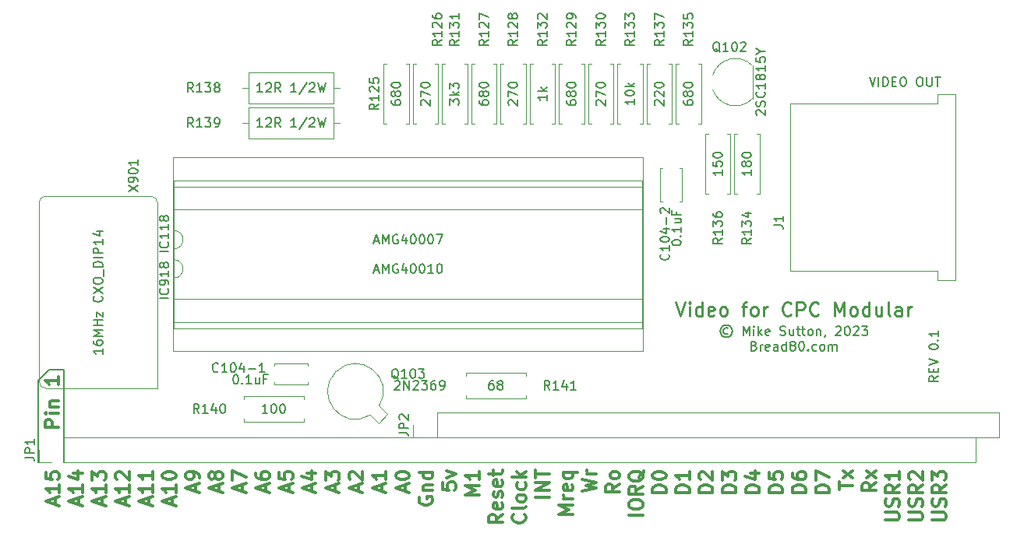
<source format=gto>
G04 #@! TF.GenerationSoftware,KiCad,Pcbnew,(5.1.12)-1*
G04 #@! TF.CreationDate,2023-07-18T16:03:23+01:00*
G04 #@! TF.ProjectId,CPCVideo,43504356-6964-4656-9f2e-6b696361645f,rev?*
G04 #@! TF.SameCoordinates,Original*
G04 #@! TF.FileFunction,Legend,Top*
G04 #@! TF.FilePolarity,Positive*
%FSLAX46Y46*%
G04 Gerber Fmt 4.6, Leading zero omitted, Abs format (unit mm)*
G04 Created by KiCad (PCBNEW (5.1.12)-1) date 2023-07-18 16:03:23*
%MOMM*%
%LPD*%
G01*
G04 APERTURE LIST*
%ADD10C,0.150000*%
%ADD11C,0.250000*%
%ADD12C,0.200000*%
%ADD13C,0.300000*%
%ADD14C,0.120000*%
G04 APERTURE END LIST*
D10*
X251912380Y-143747857D02*
X251436190Y-144081190D01*
X251912380Y-144319285D02*
X250912380Y-144319285D01*
X250912380Y-143938333D01*
X250960000Y-143843095D01*
X251007619Y-143795476D01*
X251102857Y-143747857D01*
X251245714Y-143747857D01*
X251340952Y-143795476D01*
X251388571Y-143843095D01*
X251436190Y-143938333D01*
X251436190Y-144319285D01*
X251388571Y-143319285D02*
X251388571Y-142985952D01*
X251912380Y-142843095D02*
X251912380Y-143319285D01*
X250912380Y-143319285D01*
X250912380Y-142843095D01*
X250912380Y-142557380D02*
X251912380Y-142224047D01*
X250912380Y-141890714D01*
X250912380Y-140605000D02*
X250912380Y-140509761D01*
X250960000Y-140414523D01*
X251007619Y-140366904D01*
X251102857Y-140319285D01*
X251293333Y-140271666D01*
X251531428Y-140271666D01*
X251721904Y-140319285D01*
X251817142Y-140366904D01*
X251864761Y-140414523D01*
X251912380Y-140509761D01*
X251912380Y-140605000D01*
X251864761Y-140700238D01*
X251817142Y-140747857D01*
X251721904Y-140795476D01*
X251531428Y-140843095D01*
X251293333Y-140843095D01*
X251102857Y-140795476D01*
X251007619Y-140747857D01*
X250960000Y-140700238D01*
X250912380Y-140605000D01*
X251817142Y-139843095D02*
X251864761Y-139795476D01*
X251912380Y-139843095D01*
X251864761Y-139890714D01*
X251817142Y-139843095D01*
X251912380Y-139843095D01*
X251912380Y-138843095D02*
X251912380Y-139414523D01*
X251912380Y-139128809D02*
X250912380Y-139128809D01*
X251055238Y-139224047D01*
X251150476Y-139319285D01*
X251198095Y-139414523D01*
X229077142Y-138565476D02*
X228981904Y-138517857D01*
X228791428Y-138517857D01*
X228696190Y-138565476D01*
X228600952Y-138660714D01*
X228553333Y-138755952D01*
X228553333Y-138946428D01*
X228600952Y-139041666D01*
X228696190Y-139136904D01*
X228791428Y-139184523D01*
X228981904Y-139184523D01*
X229077142Y-139136904D01*
X228886666Y-138184523D02*
X228648571Y-138232142D01*
X228410476Y-138375000D01*
X228267619Y-138613095D01*
X228220000Y-138851190D01*
X228267619Y-139089285D01*
X228410476Y-139327380D01*
X228648571Y-139470238D01*
X228886666Y-139517857D01*
X229124761Y-139470238D01*
X229362857Y-139327380D01*
X229505714Y-139089285D01*
X229553333Y-138851190D01*
X229505714Y-138613095D01*
X229362857Y-138375000D01*
X229124761Y-138232142D01*
X228886666Y-138184523D01*
X230743809Y-139327380D02*
X230743809Y-138327380D01*
X231077142Y-139041666D01*
X231410476Y-138327380D01*
X231410476Y-139327380D01*
X231886666Y-139327380D02*
X231886666Y-138660714D01*
X231886666Y-138327380D02*
X231839047Y-138375000D01*
X231886666Y-138422619D01*
X231934285Y-138375000D01*
X231886666Y-138327380D01*
X231886666Y-138422619D01*
X232362857Y-139327380D02*
X232362857Y-138327380D01*
X232458095Y-138946428D02*
X232743809Y-139327380D01*
X232743809Y-138660714D02*
X232362857Y-139041666D01*
X233553333Y-139279761D02*
X233458095Y-139327380D01*
X233267619Y-139327380D01*
X233172380Y-139279761D01*
X233124761Y-139184523D01*
X233124761Y-138803571D01*
X233172380Y-138708333D01*
X233267619Y-138660714D01*
X233458095Y-138660714D01*
X233553333Y-138708333D01*
X233600952Y-138803571D01*
X233600952Y-138898809D01*
X233124761Y-138994047D01*
X234743809Y-139279761D02*
X234886666Y-139327380D01*
X235124761Y-139327380D01*
X235220000Y-139279761D01*
X235267619Y-139232142D01*
X235315238Y-139136904D01*
X235315238Y-139041666D01*
X235267619Y-138946428D01*
X235220000Y-138898809D01*
X235124761Y-138851190D01*
X234934285Y-138803571D01*
X234839047Y-138755952D01*
X234791428Y-138708333D01*
X234743809Y-138613095D01*
X234743809Y-138517857D01*
X234791428Y-138422619D01*
X234839047Y-138375000D01*
X234934285Y-138327380D01*
X235172380Y-138327380D01*
X235315238Y-138375000D01*
X236172380Y-138660714D02*
X236172380Y-139327380D01*
X235743809Y-138660714D02*
X235743809Y-139184523D01*
X235791428Y-139279761D01*
X235886666Y-139327380D01*
X236029523Y-139327380D01*
X236124761Y-139279761D01*
X236172380Y-139232142D01*
X236505714Y-138660714D02*
X236886666Y-138660714D01*
X236648571Y-138327380D02*
X236648571Y-139184523D01*
X236696190Y-139279761D01*
X236791428Y-139327380D01*
X236886666Y-139327380D01*
X237077142Y-138660714D02*
X237458095Y-138660714D01*
X237220000Y-138327380D02*
X237220000Y-139184523D01*
X237267619Y-139279761D01*
X237362857Y-139327380D01*
X237458095Y-139327380D01*
X237934285Y-139327380D02*
X237839047Y-139279761D01*
X237791428Y-139232142D01*
X237743809Y-139136904D01*
X237743809Y-138851190D01*
X237791428Y-138755952D01*
X237839047Y-138708333D01*
X237934285Y-138660714D01*
X238077142Y-138660714D01*
X238172380Y-138708333D01*
X238220000Y-138755952D01*
X238267619Y-138851190D01*
X238267619Y-139136904D01*
X238220000Y-139232142D01*
X238172380Y-139279761D01*
X238077142Y-139327380D01*
X237934285Y-139327380D01*
X238696190Y-138660714D02*
X238696190Y-139327380D01*
X238696190Y-138755952D02*
X238743809Y-138708333D01*
X238839047Y-138660714D01*
X238981904Y-138660714D01*
X239077142Y-138708333D01*
X239124761Y-138803571D01*
X239124761Y-139327380D01*
X239648571Y-139279761D02*
X239648571Y-139327380D01*
X239600952Y-139422619D01*
X239553333Y-139470238D01*
X240791428Y-138422619D02*
X240839047Y-138375000D01*
X240934285Y-138327380D01*
X241172380Y-138327380D01*
X241267619Y-138375000D01*
X241315238Y-138422619D01*
X241362857Y-138517857D01*
X241362857Y-138613095D01*
X241315238Y-138755952D01*
X240743809Y-139327380D01*
X241362857Y-139327380D01*
X241981904Y-138327380D02*
X242077142Y-138327380D01*
X242172380Y-138375000D01*
X242220000Y-138422619D01*
X242267619Y-138517857D01*
X242315238Y-138708333D01*
X242315238Y-138946428D01*
X242267619Y-139136904D01*
X242220000Y-139232142D01*
X242172380Y-139279761D01*
X242077142Y-139327380D01*
X241981904Y-139327380D01*
X241886666Y-139279761D01*
X241839047Y-139232142D01*
X241791428Y-139136904D01*
X241743809Y-138946428D01*
X241743809Y-138708333D01*
X241791428Y-138517857D01*
X241839047Y-138422619D01*
X241886666Y-138375000D01*
X241981904Y-138327380D01*
X242696190Y-138422619D02*
X242743809Y-138375000D01*
X242839047Y-138327380D01*
X243077142Y-138327380D01*
X243172380Y-138375000D01*
X243220000Y-138422619D01*
X243267619Y-138517857D01*
X243267619Y-138613095D01*
X243220000Y-138755952D01*
X242648571Y-139327380D01*
X243267619Y-139327380D01*
X243600952Y-138327380D02*
X244220000Y-138327380D01*
X243886666Y-138708333D01*
X244029523Y-138708333D01*
X244124761Y-138755952D01*
X244172380Y-138803571D01*
X244220000Y-138898809D01*
X244220000Y-139136904D01*
X244172380Y-139232142D01*
X244124761Y-139279761D01*
X244029523Y-139327380D01*
X243743809Y-139327380D01*
X243648571Y-139279761D01*
X243600952Y-139232142D01*
X231910476Y-140453571D02*
X232053333Y-140501190D01*
X232100952Y-140548809D01*
X232148571Y-140644047D01*
X232148571Y-140786904D01*
X232100952Y-140882142D01*
X232053333Y-140929761D01*
X231958095Y-140977380D01*
X231577142Y-140977380D01*
X231577142Y-139977380D01*
X231910476Y-139977380D01*
X232005714Y-140025000D01*
X232053333Y-140072619D01*
X232100952Y-140167857D01*
X232100952Y-140263095D01*
X232053333Y-140358333D01*
X232005714Y-140405952D01*
X231910476Y-140453571D01*
X231577142Y-140453571D01*
X232577142Y-140977380D02*
X232577142Y-140310714D01*
X232577142Y-140501190D02*
X232624761Y-140405952D01*
X232672380Y-140358333D01*
X232767619Y-140310714D01*
X232862857Y-140310714D01*
X233577142Y-140929761D02*
X233481904Y-140977380D01*
X233291428Y-140977380D01*
X233196190Y-140929761D01*
X233148571Y-140834523D01*
X233148571Y-140453571D01*
X233196190Y-140358333D01*
X233291428Y-140310714D01*
X233481904Y-140310714D01*
X233577142Y-140358333D01*
X233624761Y-140453571D01*
X233624761Y-140548809D01*
X233148571Y-140644047D01*
X234481904Y-140977380D02*
X234481904Y-140453571D01*
X234434285Y-140358333D01*
X234339047Y-140310714D01*
X234148571Y-140310714D01*
X234053333Y-140358333D01*
X234481904Y-140929761D02*
X234386666Y-140977380D01*
X234148571Y-140977380D01*
X234053333Y-140929761D01*
X234005714Y-140834523D01*
X234005714Y-140739285D01*
X234053333Y-140644047D01*
X234148571Y-140596428D01*
X234386666Y-140596428D01*
X234481904Y-140548809D01*
X235386666Y-140977380D02*
X235386666Y-139977380D01*
X235386666Y-140929761D02*
X235291428Y-140977380D01*
X235100952Y-140977380D01*
X235005714Y-140929761D01*
X234958095Y-140882142D01*
X234910476Y-140786904D01*
X234910476Y-140501190D01*
X234958095Y-140405952D01*
X235005714Y-140358333D01*
X235100952Y-140310714D01*
X235291428Y-140310714D01*
X235386666Y-140358333D01*
X236005714Y-140405952D02*
X235910476Y-140358333D01*
X235862857Y-140310714D01*
X235815238Y-140215476D01*
X235815238Y-140167857D01*
X235862857Y-140072619D01*
X235910476Y-140025000D01*
X236005714Y-139977380D01*
X236196190Y-139977380D01*
X236291428Y-140025000D01*
X236339047Y-140072619D01*
X236386666Y-140167857D01*
X236386666Y-140215476D01*
X236339047Y-140310714D01*
X236291428Y-140358333D01*
X236196190Y-140405952D01*
X236005714Y-140405952D01*
X235910476Y-140453571D01*
X235862857Y-140501190D01*
X235815238Y-140596428D01*
X235815238Y-140786904D01*
X235862857Y-140882142D01*
X235910476Y-140929761D01*
X236005714Y-140977380D01*
X236196190Y-140977380D01*
X236291428Y-140929761D01*
X236339047Y-140882142D01*
X236386666Y-140786904D01*
X236386666Y-140596428D01*
X236339047Y-140501190D01*
X236291428Y-140453571D01*
X236196190Y-140405952D01*
X237005714Y-139977380D02*
X237100952Y-139977380D01*
X237196190Y-140025000D01*
X237243809Y-140072619D01*
X237291428Y-140167857D01*
X237339047Y-140358333D01*
X237339047Y-140596428D01*
X237291428Y-140786904D01*
X237243809Y-140882142D01*
X237196190Y-140929761D01*
X237100952Y-140977380D01*
X237005714Y-140977380D01*
X236910476Y-140929761D01*
X236862857Y-140882142D01*
X236815238Y-140786904D01*
X236767619Y-140596428D01*
X236767619Y-140358333D01*
X236815238Y-140167857D01*
X236862857Y-140072619D01*
X236910476Y-140025000D01*
X237005714Y-139977380D01*
X237767619Y-140882142D02*
X237815238Y-140929761D01*
X237767619Y-140977380D01*
X237720000Y-140929761D01*
X237767619Y-140882142D01*
X237767619Y-140977380D01*
X238672380Y-140929761D02*
X238577142Y-140977380D01*
X238386666Y-140977380D01*
X238291428Y-140929761D01*
X238243809Y-140882142D01*
X238196190Y-140786904D01*
X238196190Y-140501190D01*
X238243809Y-140405952D01*
X238291428Y-140358333D01*
X238386666Y-140310714D01*
X238577142Y-140310714D01*
X238672380Y-140358333D01*
X239243809Y-140977380D02*
X239148571Y-140929761D01*
X239100952Y-140882142D01*
X239053333Y-140786904D01*
X239053333Y-140501190D01*
X239100952Y-140405952D01*
X239148571Y-140358333D01*
X239243809Y-140310714D01*
X239386666Y-140310714D01*
X239481904Y-140358333D01*
X239529523Y-140405952D01*
X239577142Y-140501190D01*
X239577142Y-140786904D01*
X239529523Y-140882142D01*
X239481904Y-140929761D01*
X239386666Y-140977380D01*
X239243809Y-140977380D01*
X240005714Y-140977380D02*
X240005714Y-140310714D01*
X240005714Y-140405952D02*
X240053333Y-140358333D01*
X240148571Y-140310714D01*
X240291428Y-140310714D01*
X240386666Y-140358333D01*
X240434285Y-140453571D01*
X240434285Y-140977380D01*
X240434285Y-140453571D02*
X240481904Y-140358333D01*
X240577142Y-140310714D01*
X240720000Y-140310714D01*
X240815238Y-140358333D01*
X240862857Y-140453571D01*
X240862857Y-140977380D01*
D11*
X223398571Y-135703571D02*
X223898571Y-137203571D01*
X224398571Y-135703571D01*
X224898571Y-137203571D02*
X224898571Y-136203571D01*
X224898571Y-135703571D02*
X224827142Y-135775000D01*
X224898571Y-135846428D01*
X224970000Y-135775000D01*
X224898571Y-135703571D01*
X224898571Y-135846428D01*
X226255714Y-137203571D02*
X226255714Y-135703571D01*
X226255714Y-137132142D02*
X226112857Y-137203571D01*
X225827142Y-137203571D01*
X225684285Y-137132142D01*
X225612857Y-137060714D01*
X225541428Y-136917857D01*
X225541428Y-136489285D01*
X225612857Y-136346428D01*
X225684285Y-136275000D01*
X225827142Y-136203571D01*
X226112857Y-136203571D01*
X226255714Y-136275000D01*
X227541428Y-137132142D02*
X227398571Y-137203571D01*
X227112857Y-137203571D01*
X226970000Y-137132142D01*
X226898571Y-136989285D01*
X226898571Y-136417857D01*
X226970000Y-136275000D01*
X227112857Y-136203571D01*
X227398571Y-136203571D01*
X227541428Y-136275000D01*
X227612857Y-136417857D01*
X227612857Y-136560714D01*
X226898571Y-136703571D01*
X228470000Y-137203571D02*
X228327142Y-137132142D01*
X228255714Y-137060714D01*
X228184285Y-136917857D01*
X228184285Y-136489285D01*
X228255714Y-136346428D01*
X228327142Y-136275000D01*
X228470000Y-136203571D01*
X228684285Y-136203571D01*
X228827142Y-136275000D01*
X228898571Y-136346428D01*
X228970000Y-136489285D01*
X228970000Y-136917857D01*
X228898571Y-137060714D01*
X228827142Y-137132142D01*
X228684285Y-137203571D01*
X228470000Y-137203571D01*
X230541428Y-136203571D02*
X231112857Y-136203571D01*
X230755714Y-137203571D02*
X230755714Y-135917857D01*
X230827142Y-135775000D01*
X230970000Y-135703571D01*
X231112857Y-135703571D01*
X231827142Y-137203571D02*
X231684285Y-137132142D01*
X231612857Y-137060714D01*
X231541428Y-136917857D01*
X231541428Y-136489285D01*
X231612857Y-136346428D01*
X231684285Y-136275000D01*
X231827142Y-136203571D01*
X232041428Y-136203571D01*
X232184285Y-136275000D01*
X232255714Y-136346428D01*
X232327142Y-136489285D01*
X232327142Y-136917857D01*
X232255714Y-137060714D01*
X232184285Y-137132142D01*
X232041428Y-137203571D01*
X231827142Y-137203571D01*
X232970000Y-137203571D02*
X232970000Y-136203571D01*
X232970000Y-136489285D02*
X233041428Y-136346428D01*
X233112857Y-136275000D01*
X233255714Y-136203571D01*
X233398571Y-136203571D01*
X235898571Y-137060714D02*
X235827142Y-137132142D01*
X235612857Y-137203571D01*
X235470000Y-137203571D01*
X235255714Y-137132142D01*
X235112857Y-136989285D01*
X235041428Y-136846428D01*
X234970000Y-136560714D01*
X234970000Y-136346428D01*
X235041428Y-136060714D01*
X235112857Y-135917857D01*
X235255714Y-135775000D01*
X235470000Y-135703571D01*
X235612857Y-135703571D01*
X235827142Y-135775000D01*
X235898571Y-135846428D01*
X236541428Y-137203571D02*
X236541428Y-135703571D01*
X237112857Y-135703571D01*
X237255714Y-135775000D01*
X237327142Y-135846428D01*
X237398571Y-135989285D01*
X237398571Y-136203571D01*
X237327142Y-136346428D01*
X237255714Y-136417857D01*
X237112857Y-136489285D01*
X236541428Y-136489285D01*
X238898571Y-137060714D02*
X238827142Y-137132142D01*
X238612857Y-137203571D01*
X238470000Y-137203571D01*
X238255714Y-137132142D01*
X238112857Y-136989285D01*
X238041428Y-136846428D01*
X237970000Y-136560714D01*
X237970000Y-136346428D01*
X238041428Y-136060714D01*
X238112857Y-135917857D01*
X238255714Y-135775000D01*
X238470000Y-135703571D01*
X238612857Y-135703571D01*
X238827142Y-135775000D01*
X238898571Y-135846428D01*
X240684285Y-137203571D02*
X240684285Y-135703571D01*
X241184285Y-136775000D01*
X241684285Y-135703571D01*
X241684285Y-137203571D01*
X242612857Y-137203571D02*
X242470000Y-137132142D01*
X242398571Y-137060714D01*
X242327142Y-136917857D01*
X242327142Y-136489285D01*
X242398571Y-136346428D01*
X242470000Y-136275000D01*
X242612857Y-136203571D01*
X242827142Y-136203571D01*
X242970000Y-136275000D01*
X243041428Y-136346428D01*
X243112857Y-136489285D01*
X243112857Y-136917857D01*
X243041428Y-137060714D01*
X242970000Y-137132142D01*
X242827142Y-137203571D01*
X242612857Y-137203571D01*
X244398571Y-137203571D02*
X244398571Y-135703571D01*
X244398571Y-137132142D02*
X244255714Y-137203571D01*
X243970000Y-137203571D01*
X243827142Y-137132142D01*
X243755714Y-137060714D01*
X243684285Y-136917857D01*
X243684285Y-136489285D01*
X243755714Y-136346428D01*
X243827142Y-136275000D01*
X243970000Y-136203571D01*
X244255714Y-136203571D01*
X244398571Y-136275000D01*
X245755714Y-136203571D02*
X245755714Y-137203571D01*
X245112857Y-136203571D02*
X245112857Y-136989285D01*
X245184285Y-137132142D01*
X245327142Y-137203571D01*
X245541428Y-137203571D01*
X245684285Y-137132142D01*
X245755714Y-137060714D01*
X246684285Y-137203571D02*
X246541428Y-137132142D01*
X246470000Y-136989285D01*
X246470000Y-135703571D01*
X247898571Y-137203571D02*
X247898571Y-136417857D01*
X247827142Y-136275000D01*
X247684285Y-136203571D01*
X247398571Y-136203571D01*
X247255714Y-136275000D01*
X247898571Y-137132142D02*
X247755714Y-137203571D01*
X247398571Y-137203571D01*
X247255714Y-137132142D01*
X247184285Y-136989285D01*
X247184285Y-136846428D01*
X247255714Y-136703571D01*
X247398571Y-136632142D01*
X247755714Y-136632142D01*
X247898571Y-136560714D01*
X248612857Y-137203571D02*
X248612857Y-136203571D01*
X248612857Y-136489285D02*
X248684285Y-136346428D01*
X248755714Y-136275000D01*
X248898571Y-136203571D01*
X249041428Y-136203571D01*
D12*
X156895800Y-153131520D02*
X156931360Y-153131520D01*
X156895800Y-143019780D02*
X156895800Y-153131520D01*
X155326080Y-143019780D02*
X156895800Y-143019780D01*
X154144980Y-144200880D02*
X155326080Y-143019780D01*
X154144980Y-153131520D02*
X154144980Y-144200880D01*
D13*
X156360251Y-149315465D02*
X154860251Y-149315465D01*
X154860251Y-148744037D01*
X154931680Y-148601180D01*
X155003108Y-148529751D01*
X155145965Y-148458322D01*
X155360251Y-148458322D01*
X155503108Y-148529751D01*
X155574537Y-148601180D01*
X155645965Y-148744037D01*
X155645965Y-149315465D01*
X156360251Y-147815465D02*
X155360251Y-147815465D01*
X154860251Y-147815465D02*
X154931680Y-147886894D01*
X155003108Y-147815465D01*
X154931680Y-147744037D01*
X154860251Y-147815465D01*
X155003108Y-147815465D01*
X155360251Y-147101180D02*
X156360251Y-147101180D01*
X155503108Y-147101180D02*
X155431680Y-147029751D01*
X155360251Y-146886894D01*
X155360251Y-146672608D01*
X155431680Y-146529751D01*
X155574537Y-146458322D01*
X156360251Y-146458322D01*
X156360251Y-143815465D02*
X156360251Y-144672608D01*
X156360251Y-144244037D02*
X154860251Y-144244037D01*
X155074537Y-144386894D01*
X155217394Y-144529751D01*
X155288822Y-144672608D01*
X155994533Y-157709442D02*
X155994533Y-156995157D01*
X156420247Y-157852300D02*
X154930247Y-157352300D01*
X156420247Y-156852300D01*
X156420247Y-155566585D02*
X156420247Y-156423728D01*
X156420247Y-155995157D02*
X154930247Y-155995157D01*
X155143104Y-156138014D01*
X155285009Y-156280871D01*
X155355961Y-156423728D01*
X154930247Y-154209442D02*
X154930247Y-154923728D01*
X155639771Y-154995157D01*
X155568819Y-154923728D01*
X155497866Y-154780871D01*
X155497866Y-154423728D01*
X155568819Y-154280871D01*
X155639771Y-154209442D01*
X155781676Y-154138014D01*
X156136438Y-154138014D01*
X156278342Y-154209442D01*
X156349295Y-154280871D01*
X156420247Y-154423728D01*
X156420247Y-154780871D01*
X156349295Y-154923728D01*
X156278342Y-154995157D01*
X158529533Y-157709442D02*
X158529533Y-156995157D01*
X158955247Y-157852300D02*
X157465247Y-157352300D01*
X158955247Y-156852300D01*
X158955247Y-155566585D02*
X158955247Y-156423728D01*
X158955247Y-155995157D02*
X157465247Y-155995157D01*
X157678104Y-156138014D01*
X157820009Y-156280871D01*
X157890961Y-156423728D01*
X157961914Y-154280871D02*
X158955247Y-154280871D01*
X157394295Y-154638014D02*
X158458580Y-154995157D01*
X158458580Y-154066585D01*
X161064533Y-157709442D02*
X161064533Y-156995157D01*
X161490247Y-157852300D02*
X160000247Y-157352300D01*
X161490247Y-156852300D01*
X161490247Y-155566585D02*
X161490247Y-156423728D01*
X161490247Y-155995157D02*
X160000247Y-155995157D01*
X160213104Y-156138014D01*
X160355009Y-156280871D01*
X160425961Y-156423728D01*
X160000247Y-155066585D02*
X160000247Y-154138014D01*
X160567866Y-154638014D01*
X160567866Y-154423728D01*
X160638819Y-154280871D01*
X160709771Y-154209442D01*
X160851676Y-154138014D01*
X161206438Y-154138014D01*
X161348342Y-154209442D01*
X161419295Y-154280871D01*
X161490247Y-154423728D01*
X161490247Y-154852300D01*
X161419295Y-154995157D01*
X161348342Y-155066585D01*
X163599533Y-157709442D02*
X163599533Y-156995157D01*
X164025247Y-157852300D02*
X162535247Y-157352300D01*
X164025247Y-156852300D01*
X164025247Y-155566585D02*
X164025247Y-156423728D01*
X164025247Y-155995157D02*
X162535247Y-155995157D01*
X162748104Y-156138014D01*
X162890009Y-156280871D01*
X162960961Y-156423728D01*
X162677152Y-154995157D02*
X162606200Y-154923728D01*
X162535247Y-154780871D01*
X162535247Y-154423728D01*
X162606200Y-154280871D01*
X162677152Y-154209442D01*
X162819057Y-154138014D01*
X162960961Y-154138014D01*
X163173819Y-154209442D01*
X164025247Y-155066585D01*
X164025247Y-154138014D01*
X166134533Y-157709442D02*
X166134533Y-156995157D01*
X166560247Y-157852300D02*
X165070247Y-157352300D01*
X166560247Y-156852300D01*
X166560247Y-155566585D02*
X166560247Y-156423728D01*
X166560247Y-155995157D02*
X165070247Y-155995157D01*
X165283104Y-156138014D01*
X165425009Y-156280871D01*
X165495961Y-156423728D01*
X166560247Y-154138014D02*
X166560247Y-154995157D01*
X166560247Y-154566585D02*
X165070247Y-154566585D01*
X165283104Y-154709442D01*
X165425009Y-154852300D01*
X165495961Y-154995157D01*
X168669533Y-157709442D02*
X168669533Y-156995157D01*
X169095247Y-157852300D02*
X167605247Y-157352300D01*
X169095247Y-156852300D01*
X169095247Y-155566585D02*
X169095247Y-156423728D01*
X169095247Y-155995157D02*
X167605247Y-155995157D01*
X167818104Y-156138014D01*
X167960009Y-156280871D01*
X168030961Y-156423728D01*
X167605247Y-154638014D02*
X167605247Y-154495157D01*
X167676200Y-154352300D01*
X167747152Y-154280871D01*
X167889057Y-154209442D01*
X168172866Y-154138014D01*
X168527628Y-154138014D01*
X168811438Y-154209442D01*
X168953342Y-154280871D01*
X169024295Y-154352300D01*
X169095247Y-154495157D01*
X169095247Y-154638014D01*
X169024295Y-154780871D01*
X168953342Y-154852300D01*
X168811438Y-154923728D01*
X168527628Y-154995157D01*
X168172866Y-154995157D01*
X167889057Y-154923728D01*
X167747152Y-154852300D01*
X167676200Y-154780871D01*
X167605247Y-154638014D01*
X171204533Y-156280871D02*
X171204533Y-155566585D01*
X171630247Y-156423728D02*
X170140247Y-155923728D01*
X171630247Y-155423728D01*
X171630247Y-154852300D02*
X171630247Y-154566585D01*
X171559295Y-154423728D01*
X171488342Y-154352300D01*
X171275485Y-154209442D01*
X170991676Y-154138014D01*
X170424057Y-154138014D01*
X170282152Y-154209442D01*
X170211200Y-154280871D01*
X170140247Y-154423728D01*
X170140247Y-154709442D01*
X170211200Y-154852300D01*
X170282152Y-154923728D01*
X170424057Y-154995157D01*
X170778819Y-154995157D01*
X170920723Y-154923728D01*
X170991676Y-154852300D01*
X171062628Y-154709442D01*
X171062628Y-154423728D01*
X170991676Y-154280871D01*
X170920723Y-154209442D01*
X170778819Y-154138014D01*
X173739533Y-156280871D02*
X173739533Y-155566585D01*
X174165247Y-156423728D02*
X172675247Y-155923728D01*
X174165247Y-155423728D01*
X173313819Y-154709442D02*
X173242866Y-154852300D01*
X173171914Y-154923728D01*
X173030009Y-154995157D01*
X172959057Y-154995157D01*
X172817152Y-154923728D01*
X172746200Y-154852300D01*
X172675247Y-154709442D01*
X172675247Y-154423728D01*
X172746200Y-154280871D01*
X172817152Y-154209442D01*
X172959057Y-154138014D01*
X173030009Y-154138014D01*
X173171914Y-154209442D01*
X173242866Y-154280871D01*
X173313819Y-154423728D01*
X173313819Y-154709442D01*
X173384771Y-154852300D01*
X173455723Y-154923728D01*
X173597628Y-154995157D01*
X173881438Y-154995157D01*
X174023342Y-154923728D01*
X174094295Y-154852300D01*
X174165247Y-154709442D01*
X174165247Y-154423728D01*
X174094295Y-154280871D01*
X174023342Y-154209442D01*
X173881438Y-154138014D01*
X173597628Y-154138014D01*
X173455723Y-154209442D01*
X173384771Y-154280871D01*
X173313819Y-154423728D01*
X176274533Y-156280871D02*
X176274533Y-155566585D01*
X176700247Y-156423728D02*
X175210247Y-155923728D01*
X176700247Y-155423728D01*
X175210247Y-155066585D02*
X175210247Y-154066585D01*
X176700247Y-154709442D01*
X178809533Y-156280871D02*
X178809533Y-155566585D01*
X179235247Y-156423728D02*
X177745247Y-155923728D01*
X179235247Y-155423728D01*
X177745247Y-154280871D02*
X177745247Y-154566585D01*
X177816200Y-154709442D01*
X177887152Y-154780871D01*
X178100009Y-154923728D01*
X178383819Y-154995157D01*
X178951438Y-154995157D01*
X179093342Y-154923728D01*
X179164295Y-154852300D01*
X179235247Y-154709442D01*
X179235247Y-154423728D01*
X179164295Y-154280871D01*
X179093342Y-154209442D01*
X178951438Y-154138014D01*
X178596676Y-154138014D01*
X178454771Y-154209442D01*
X178383819Y-154280871D01*
X178312866Y-154423728D01*
X178312866Y-154709442D01*
X178383819Y-154852300D01*
X178454771Y-154923728D01*
X178596676Y-154995157D01*
X181344533Y-156280871D02*
X181344533Y-155566585D01*
X181770247Y-156423728D02*
X180280247Y-155923728D01*
X181770247Y-155423728D01*
X180280247Y-154209442D02*
X180280247Y-154923728D01*
X180989771Y-154995157D01*
X180918819Y-154923728D01*
X180847866Y-154780871D01*
X180847866Y-154423728D01*
X180918819Y-154280871D01*
X180989771Y-154209442D01*
X181131676Y-154138014D01*
X181486438Y-154138014D01*
X181628342Y-154209442D01*
X181699295Y-154280871D01*
X181770247Y-154423728D01*
X181770247Y-154780871D01*
X181699295Y-154923728D01*
X181628342Y-154995157D01*
X183879533Y-156280871D02*
X183879533Y-155566585D01*
X184305247Y-156423728D02*
X182815247Y-155923728D01*
X184305247Y-155423728D01*
X183311914Y-154280871D02*
X184305247Y-154280871D01*
X182744295Y-154638014D02*
X183808580Y-154995157D01*
X183808580Y-154066585D01*
X186414533Y-156280871D02*
X186414533Y-155566585D01*
X186840247Y-156423728D02*
X185350247Y-155923728D01*
X186840247Y-155423728D01*
X185350247Y-155066585D02*
X185350247Y-154138014D01*
X185917866Y-154638014D01*
X185917866Y-154423728D01*
X185988819Y-154280871D01*
X186059771Y-154209442D01*
X186201676Y-154138014D01*
X186556438Y-154138014D01*
X186698342Y-154209442D01*
X186769295Y-154280871D01*
X186840247Y-154423728D01*
X186840247Y-154852300D01*
X186769295Y-154995157D01*
X186698342Y-155066585D01*
X188949533Y-156280871D02*
X188949533Y-155566585D01*
X189375247Y-156423728D02*
X187885247Y-155923728D01*
X189375247Y-155423728D01*
X188027152Y-154995157D02*
X187956200Y-154923728D01*
X187885247Y-154780871D01*
X187885247Y-154423728D01*
X187956200Y-154280871D01*
X188027152Y-154209442D01*
X188169057Y-154138014D01*
X188310961Y-154138014D01*
X188523819Y-154209442D01*
X189375247Y-155066585D01*
X189375247Y-154138014D01*
X191484533Y-156280871D02*
X191484533Y-155566585D01*
X191910247Y-156423728D02*
X190420247Y-155923728D01*
X191910247Y-155423728D01*
X191910247Y-154138014D02*
X191910247Y-154995157D01*
X191910247Y-154566585D02*
X190420247Y-154566585D01*
X190633104Y-154709442D01*
X190775009Y-154852300D01*
X190845961Y-154995157D01*
X194019533Y-156280871D02*
X194019533Y-155566585D01*
X194445247Y-156423728D02*
X192955247Y-155923728D01*
X194445247Y-155423728D01*
X192955247Y-154638014D02*
X192955247Y-154495157D01*
X193026200Y-154352300D01*
X193097152Y-154280871D01*
X193239057Y-154209442D01*
X193522866Y-154138014D01*
X193877628Y-154138014D01*
X194161438Y-154209442D01*
X194303342Y-154280871D01*
X194374295Y-154352300D01*
X194445247Y-154495157D01*
X194445247Y-154638014D01*
X194374295Y-154780871D01*
X194303342Y-154852300D01*
X194161438Y-154923728D01*
X193877628Y-154995157D01*
X193522866Y-154995157D01*
X193239057Y-154923728D01*
X193097152Y-154852300D01*
X193026200Y-154780871D01*
X192955247Y-154638014D01*
X195561200Y-156923728D02*
X195490247Y-157066585D01*
X195490247Y-157280871D01*
X195561200Y-157495157D01*
X195703104Y-157638014D01*
X195845009Y-157709442D01*
X196128819Y-157780871D01*
X196341676Y-157780871D01*
X196625485Y-157709442D01*
X196767390Y-157638014D01*
X196909295Y-157495157D01*
X196980247Y-157280871D01*
X196980247Y-157138014D01*
X196909295Y-156923728D01*
X196838342Y-156852300D01*
X196341676Y-156852300D01*
X196341676Y-157138014D01*
X195986914Y-156209442D02*
X196980247Y-156209442D01*
X196128819Y-156209442D02*
X196057866Y-156138014D01*
X195986914Y-155995157D01*
X195986914Y-155780871D01*
X196057866Y-155638014D01*
X196199771Y-155566585D01*
X196980247Y-155566585D01*
X196980247Y-154209442D02*
X195490247Y-154209442D01*
X196909295Y-154209442D02*
X196980247Y-154352300D01*
X196980247Y-154638014D01*
X196909295Y-154780871D01*
X196838342Y-154852300D01*
X196696438Y-154923728D01*
X196270723Y-154923728D01*
X196128819Y-154852300D01*
X196057866Y-154780871D01*
X195986914Y-154638014D01*
X195986914Y-154352300D01*
X196057866Y-154209442D01*
X198025247Y-155352300D02*
X198025247Y-156066585D01*
X198734771Y-156138014D01*
X198663819Y-156066585D01*
X198592866Y-155923728D01*
X198592866Y-155566585D01*
X198663819Y-155423728D01*
X198734771Y-155352300D01*
X198876676Y-155280871D01*
X199231438Y-155280871D01*
X199373342Y-155352300D01*
X199444295Y-155423728D01*
X199515247Y-155566585D01*
X199515247Y-155923728D01*
X199444295Y-156066585D01*
X199373342Y-156138014D01*
X198521914Y-154780871D02*
X199515247Y-154423728D01*
X198521914Y-154066585D01*
X202050247Y-156638014D02*
X200560247Y-156638014D01*
X201624533Y-156138014D01*
X200560247Y-155638014D01*
X202050247Y-155638014D01*
X202050247Y-154138014D02*
X202050247Y-154995157D01*
X202050247Y-154566585D02*
X200560247Y-154566585D01*
X200773104Y-154709442D01*
X200915009Y-154852300D01*
X200985961Y-154995157D01*
X204585247Y-158780871D02*
X203875723Y-159280871D01*
X204585247Y-159638014D02*
X203095247Y-159638014D01*
X203095247Y-159066585D01*
X203166200Y-158923728D01*
X203237152Y-158852300D01*
X203379057Y-158780871D01*
X203591914Y-158780871D01*
X203733819Y-158852300D01*
X203804771Y-158923728D01*
X203875723Y-159066585D01*
X203875723Y-159638014D01*
X204514295Y-157566585D02*
X204585247Y-157709442D01*
X204585247Y-157995157D01*
X204514295Y-158138014D01*
X204372390Y-158209442D01*
X203804771Y-158209442D01*
X203662866Y-158138014D01*
X203591914Y-157995157D01*
X203591914Y-157709442D01*
X203662866Y-157566585D01*
X203804771Y-157495157D01*
X203946676Y-157495157D01*
X204088580Y-158209442D01*
X204514295Y-156923728D02*
X204585247Y-156780871D01*
X204585247Y-156495157D01*
X204514295Y-156352300D01*
X204372390Y-156280871D01*
X204301438Y-156280871D01*
X204159533Y-156352300D01*
X204088580Y-156495157D01*
X204088580Y-156709442D01*
X204017628Y-156852300D01*
X203875723Y-156923728D01*
X203804771Y-156923728D01*
X203662866Y-156852300D01*
X203591914Y-156709442D01*
X203591914Y-156495157D01*
X203662866Y-156352300D01*
X204514295Y-155066585D02*
X204585247Y-155209442D01*
X204585247Y-155495157D01*
X204514295Y-155638014D01*
X204372390Y-155709442D01*
X203804771Y-155709442D01*
X203662866Y-155638014D01*
X203591914Y-155495157D01*
X203591914Y-155209442D01*
X203662866Y-155066585D01*
X203804771Y-154995157D01*
X203946676Y-154995157D01*
X204088580Y-155709442D01*
X203591914Y-154566585D02*
X203591914Y-153995157D01*
X203095247Y-154352300D02*
X204372390Y-154352300D01*
X204514295Y-154280871D01*
X204585247Y-154138014D01*
X204585247Y-153995157D01*
X206978342Y-158780871D02*
X207049295Y-158852300D01*
X207120247Y-159066585D01*
X207120247Y-159209442D01*
X207049295Y-159423728D01*
X206907390Y-159566585D01*
X206765485Y-159638014D01*
X206481676Y-159709442D01*
X206268819Y-159709442D01*
X205985009Y-159638014D01*
X205843104Y-159566585D01*
X205701200Y-159423728D01*
X205630247Y-159209442D01*
X205630247Y-159066585D01*
X205701200Y-158852300D01*
X205772152Y-158780871D01*
X207120247Y-157923728D02*
X207049295Y-158066585D01*
X206907390Y-158138014D01*
X205630247Y-158138014D01*
X207120247Y-157138014D02*
X207049295Y-157280871D01*
X206978342Y-157352300D01*
X206836438Y-157423728D01*
X206410723Y-157423728D01*
X206268819Y-157352300D01*
X206197866Y-157280871D01*
X206126914Y-157138014D01*
X206126914Y-156923728D01*
X206197866Y-156780871D01*
X206268819Y-156709442D01*
X206410723Y-156638014D01*
X206836438Y-156638014D01*
X206978342Y-156709442D01*
X207049295Y-156780871D01*
X207120247Y-156923728D01*
X207120247Y-157138014D01*
X207049295Y-155352300D02*
X207120247Y-155495157D01*
X207120247Y-155780871D01*
X207049295Y-155923728D01*
X206978342Y-155995157D01*
X206836438Y-156066585D01*
X206410723Y-156066585D01*
X206268819Y-155995157D01*
X206197866Y-155923728D01*
X206126914Y-155780871D01*
X206126914Y-155495157D01*
X206197866Y-155352300D01*
X207120247Y-154709442D02*
X205630247Y-154709442D01*
X206552628Y-154566585D02*
X207120247Y-154138014D01*
X206126914Y-154138014D02*
X206694533Y-154709442D01*
X209655247Y-156923728D02*
X208165247Y-156923728D01*
X209655247Y-156209442D02*
X208165247Y-156209442D01*
X209655247Y-155352300D01*
X208165247Y-155352300D01*
X208165247Y-154852300D02*
X208165247Y-153995157D01*
X209655247Y-154423728D02*
X208165247Y-154423728D01*
X212190247Y-158780871D02*
X210700247Y-158780871D01*
X211764533Y-158280871D01*
X210700247Y-157780871D01*
X212190247Y-157780871D01*
X212190247Y-157066585D02*
X211196914Y-157066585D01*
X211480723Y-157066585D02*
X211338819Y-156995157D01*
X211267866Y-156923728D01*
X211196914Y-156780871D01*
X211196914Y-156638014D01*
X212119295Y-155566585D02*
X212190247Y-155709442D01*
X212190247Y-155995157D01*
X212119295Y-156138014D01*
X211977390Y-156209442D01*
X211409771Y-156209442D01*
X211267866Y-156138014D01*
X211196914Y-155995157D01*
X211196914Y-155709442D01*
X211267866Y-155566585D01*
X211409771Y-155495157D01*
X211551676Y-155495157D01*
X211693580Y-156209442D01*
X211196914Y-154209442D02*
X212686914Y-154209442D01*
X212119295Y-154209442D02*
X212190247Y-154352300D01*
X212190247Y-154638014D01*
X212119295Y-154780871D01*
X212048342Y-154852300D01*
X211906438Y-154923728D01*
X211480723Y-154923728D01*
X211338819Y-154852300D01*
X211267866Y-154780871D01*
X211196914Y-154638014D01*
X211196914Y-154352300D01*
X211267866Y-154209442D01*
X213235247Y-156280871D02*
X214725247Y-155923728D01*
X213660961Y-155638014D01*
X214725247Y-155352300D01*
X213235247Y-154995157D01*
X214725247Y-154423728D02*
X213731914Y-154423728D01*
X214015723Y-154423728D02*
X213873819Y-154352300D01*
X213802866Y-154280871D01*
X213731914Y-154138014D01*
X213731914Y-153995157D01*
X217260247Y-155495157D02*
X216550723Y-155995157D01*
X217260247Y-156352300D02*
X215770247Y-156352300D01*
X215770247Y-155780871D01*
X215841200Y-155638014D01*
X215912152Y-155566585D01*
X216054057Y-155495157D01*
X216266914Y-155495157D01*
X216408819Y-155566585D01*
X216479771Y-155638014D01*
X216550723Y-155780871D01*
X216550723Y-156352300D01*
X217260247Y-154638014D02*
X217189295Y-154780871D01*
X217118342Y-154852300D01*
X216976438Y-154923728D01*
X216550723Y-154923728D01*
X216408819Y-154852300D01*
X216337866Y-154780871D01*
X216266914Y-154638014D01*
X216266914Y-154423728D01*
X216337866Y-154280871D01*
X216408819Y-154209442D01*
X216550723Y-154138014D01*
X216976438Y-154138014D01*
X217118342Y-154209442D01*
X217189295Y-154280871D01*
X217260247Y-154423728D01*
X217260247Y-154638014D01*
X219795247Y-158852300D02*
X218305247Y-158852300D01*
X218305247Y-157852300D02*
X218305247Y-157566585D01*
X218376200Y-157423728D01*
X218518104Y-157280871D01*
X218801914Y-157209442D01*
X219298580Y-157209442D01*
X219582390Y-157280871D01*
X219724295Y-157423728D01*
X219795247Y-157566585D01*
X219795247Y-157852300D01*
X219724295Y-157995157D01*
X219582390Y-158138014D01*
X219298580Y-158209442D01*
X218801914Y-158209442D01*
X218518104Y-158138014D01*
X218376200Y-157995157D01*
X218305247Y-157852300D01*
X219795247Y-155709442D02*
X219085723Y-156209442D01*
X219795247Y-156566585D02*
X218305247Y-156566585D01*
X218305247Y-155995157D01*
X218376200Y-155852300D01*
X218447152Y-155780871D01*
X218589057Y-155709442D01*
X218801914Y-155709442D01*
X218943819Y-155780871D01*
X219014771Y-155852300D01*
X219085723Y-155995157D01*
X219085723Y-156566585D01*
X219937152Y-154066585D02*
X219866200Y-154209442D01*
X219724295Y-154352300D01*
X219511438Y-154566585D01*
X219440485Y-154709442D01*
X219440485Y-154852300D01*
X219795247Y-154780871D02*
X219724295Y-154923728D01*
X219582390Y-155066585D01*
X219298580Y-155138014D01*
X218801914Y-155138014D01*
X218518104Y-155066585D01*
X218376200Y-154923728D01*
X218305247Y-154780871D01*
X218305247Y-154495157D01*
X218376200Y-154352300D01*
X218518104Y-154209442D01*
X218801914Y-154138014D01*
X219298580Y-154138014D01*
X219582390Y-154209442D01*
X219724295Y-154352300D01*
X219795247Y-154495157D01*
X219795247Y-154780871D01*
X222330247Y-156423728D02*
X220840247Y-156423728D01*
X220840247Y-156066585D01*
X220911200Y-155852300D01*
X221053104Y-155709442D01*
X221195009Y-155638014D01*
X221478819Y-155566585D01*
X221691676Y-155566585D01*
X221975485Y-155638014D01*
X222117390Y-155709442D01*
X222259295Y-155852300D01*
X222330247Y-156066585D01*
X222330247Y-156423728D01*
X220840247Y-154638014D02*
X220840247Y-154495157D01*
X220911200Y-154352300D01*
X220982152Y-154280871D01*
X221124057Y-154209442D01*
X221407866Y-154138014D01*
X221762628Y-154138014D01*
X222046438Y-154209442D01*
X222188342Y-154280871D01*
X222259295Y-154352300D01*
X222330247Y-154495157D01*
X222330247Y-154638014D01*
X222259295Y-154780871D01*
X222188342Y-154852300D01*
X222046438Y-154923728D01*
X221762628Y-154995157D01*
X221407866Y-154995157D01*
X221124057Y-154923728D01*
X220982152Y-154852300D01*
X220911200Y-154780871D01*
X220840247Y-154638014D01*
X224865247Y-156423728D02*
X223375247Y-156423728D01*
X223375247Y-156066585D01*
X223446200Y-155852300D01*
X223588104Y-155709442D01*
X223730009Y-155638014D01*
X224013819Y-155566585D01*
X224226676Y-155566585D01*
X224510485Y-155638014D01*
X224652390Y-155709442D01*
X224794295Y-155852300D01*
X224865247Y-156066585D01*
X224865247Y-156423728D01*
X224865247Y-154138014D02*
X224865247Y-154995157D01*
X224865247Y-154566585D02*
X223375247Y-154566585D01*
X223588104Y-154709442D01*
X223730009Y-154852300D01*
X223800961Y-154995157D01*
X227400247Y-156423728D02*
X225910247Y-156423728D01*
X225910247Y-156066585D01*
X225981200Y-155852300D01*
X226123104Y-155709442D01*
X226265009Y-155638014D01*
X226548819Y-155566585D01*
X226761676Y-155566585D01*
X227045485Y-155638014D01*
X227187390Y-155709442D01*
X227329295Y-155852300D01*
X227400247Y-156066585D01*
X227400247Y-156423728D01*
X226052152Y-154995157D02*
X225981200Y-154923728D01*
X225910247Y-154780871D01*
X225910247Y-154423728D01*
X225981200Y-154280871D01*
X226052152Y-154209442D01*
X226194057Y-154138014D01*
X226335961Y-154138014D01*
X226548819Y-154209442D01*
X227400247Y-155066585D01*
X227400247Y-154138014D01*
X229935247Y-156423728D02*
X228445247Y-156423728D01*
X228445247Y-156066585D01*
X228516200Y-155852300D01*
X228658104Y-155709442D01*
X228800009Y-155638014D01*
X229083819Y-155566585D01*
X229296676Y-155566585D01*
X229580485Y-155638014D01*
X229722390Y-155709442D01*
X229864295Y-155852300D01*
X229935247Y-156066585D01*
X229935247Y-156423728D01*
X228445247Y-155066585D02*
X228445247Y-154138014D01*
X229012866Y-154638014D01*
X229012866Y-154423728D01*
X229083819Y-154280871D01*
X229154771Y-154209442D01*
X229296676Y-154138014D01*
X229651438Y-154138014D01*
X229793342Y-154209442D01*
X229864295Y-154280871D01*
X229935247Y-154423728D01*
X229935247Y-154852300D01*
X229864295Y-154995157D01*
X229793342Y-155066585D01*
X232470247Y-156423728D02*
X230980247Y-156423728D01*
X230980247Y-156066585D01*
X231051200Y-155852300D01*
X231193104Y-155709442D01*
X231335009Y-155638014D01*
X231618819Y-155566585D01*
X231831676Y-155566585D01*
X232115485Y-155638014D01*
X232257390Y-155709442D01*
X232399295Y-155852300D01*
X232470247Y-156066585D01*
X232470247Y-156423728D01*
X231476914Y-154280871D02*
X232470247Y-154280871D01*
X230909295Y-154638014D02*
X231973580Y-154995157D01*
X231973580Y-154066585D01*
X235005247Y-156423728D02*
X233515247Y-156423728D01*
X233515247Y-156066585D01*
X233586200Y-155852300D01*
X233728104Y-155709442D01*
X233870009Y-155638014D01*
X234153819Y-155566585D01*
X234366676Y-155566585D01*
X234650485Y-155638014D01*
X234792390Y-155709442D01*
X234934295Y-155852300D01*
X235005247Y-156066585D01*
X235005247Y-156423728D01*
X233515247Y-154209442D02*
X233515247Y-154923728D01*
X234224771Y-154995157D01*
X234153819Y-154923728D01*
X234082866Y-154780871D01*
X234082866Y-154423728D01*
X234153819Y-154280871D01*
X234224771Y-154209442D01*
X234366676Y-154138014D01*
X234721438Y-154138014D01*
X234863342Y-154209442D01*
X234934295Y-154280871D01*
X235005247Y-154423728D01*
X235005247Y-154780871D01*
X234934295Y-154923728D01*
X234863342Y-154995157D01*
X237540247Y-156423728D02*
X236050247Y-156423728D01*
X236050247Y-156066585D01*
X236121200Y-155852300D01*
X236263104Y-155709442D01*
X236405009Y-155638014D01*
X236688819Y-155566585D01*
X236901676Y-155566585D01*
X237185485Y-155638014D01*
X237327390Y-155709442D01*
X237469295Y-155852300D01*
X237540247Y-156066585D01*
X237540247Y-156423728D01*
X236050247Y-154280871D02*
X236050247Y-154566585D01*
X236121200Y-154709442D01*
X236192152Y-154780871D01*
X236405009Y-154923728D01*
X236688819Y-154995157D01*
X237256438Y-154995157D01*
X237398342Y-154923728D01*
X237469295Y-154852300D01*
X237540247Y-154709442D01*
X237540247Y-154423728D01*
X237469295Y-154280871D01*
X237398342Y-154209442D01*
X237256438Y-154138014D01*
X236901676Y-154138014D01*
X236759771Y-154209442D01*
X236688819Y-154280871D01*
X236617866Y-154423728D01*
X236617866Y-154709442D01*
X236688819Y-154852300D01*
X236759771Y-154923728D01*
X236901676Y-154995157D01*
X240075247Y-156423728D02*
X238585247Y-156423728D01*
X238585247Y-156066585D01*
X238656200Y-155852300D01*
X238798104Y-155709442D01*
X238940009Y-155638014D01*
X239223819Y-155566585D01*
X239436676Y-155566585D01*
X239720485Y-155638014D01*
X239862390Y-155709442D01*
X240004295Y-155852300D01*
X240075247Y-156066585D01*
X240075247Y-156423728D01*
X238585247Y-155066585D02*
X238585247Y-154066585D01*
X240075247Y-154709442D01*
X241120247Y-156066585D02*
X241120247Y-155209442D01*
X242610247Y-155638014D02*
X241120247Y-155638014D01*
X242610247Y-154852300D02*
X241616914Y-154066585D01*
X241616914Y-154852300D02*
X242610247Y-154066585D01*
X245145247Y-155352300D02*
X244435723Y-155852300D01*
X245145247Y-156209442D02*
X243655247Y-156209442D01*
X243655247Y-155638014D01*
X243726200Y-155495157D01*
X243797152Y-155423728D01*
X243939057Y-155352300D01*
X244151914Y-155352300D01*
X244293819Y-155423728D01*
X244364771Y-155495157D01*
X244435723Y-155638014D01*
X244435723Y-156209442D01*
X245145247Y-154852300D02*
X244151914Y-154066585D01*
X244151914Y-154852300D02*
X245145247Y-154066585D01*
X246190247Y-159423728D02*
X247396438Y-159423728D01*
X247538342Y-159352300D01*
X247609295Y-159280871D01*
X247680247Y-159138014D01*
X247680247Y-158852300D01*
X247609295Y-158709442D01*
X247538342Y-158638014D01*
X247396438Y-158566585D01*
X246190247Y-158566585D01*
X247609295Y-157923728D02*
X247680247Y-157709442D01*
X247680247Y-157352300D01*
X247609295Y-157209442D01*
X247538342Y-157138014D01*
X247396438Y-157066585D01*
X247254533Y-157066585D01*
X247112628Y-157138014D01*
X247041676Y-157209442D01*
X246970723Y-157352300D01*
X246899771Y-157638014D01*
X246828819Y-157780871D01*
X246757866Y-157852300D01*
X246615961Y-157923728D01*
X246474057Y-157923728D01*
X246332152Y-157852300D01*
X246261200Y-157780871D01*
X246190247Y-157638014D01*
X246190247Y-157280871D01*
X246261200Y-157066585D01*
X247680247Y-155566585D02*
X246970723Y-156066585D01*
X247680247Y-156423728D02*
X246190247Y-156423728D01*
X246190247Y-155852300D01*
X246261200Y-155709442D01*
X246332152Y-155638014D01*
X246474057Y-155566585D01*
X246686914Y-155566585D01*
X246828819Y-155638014D01*
X246899771Y-155709442D01*
X246970723Y-155852300D01*
X246970723Y-156423728D01*
X247680247Y-154138014D02*
X247680247Y-154995157D01*
X247680247Y-154566585D02*
X246190247Y-154566585D01*
X246403104Y-154709442D01*
X246545009Y-154852300D01*
X246615961Y-154995157D01*
X248725247Y-159423728D02*
X249931438Y-159423728D01*
X250073342Y-159352300D01*
X250144295Y-159280871D01*
X250215247Y-159138014D01*
X250215247Y-158852300D01*
X250144295Y-158709442D01*
X250073342Y-158638014D01*
X249931438Y-158566585D01*
X248725247Y-158566585D01*
X250144295Y-157923728D02*
X250215247Y-157709442D01*
X250215247Y-157352300D01*
X250144295Y-157209442D01*
X250073342Y-157138014D01*
X249931438Y-157066585D01*
X249789533Y-157066585D01*
X249647628Y-157138014D01*
X249576676Y-157209442D01*
X249505723Y-157352300D01*
X249434771Y-157638014D01*
X249363819Y-157780871D01*
X249292866Y-157852300D01*
X249150961Y-157923728D01*
X249009057Y-157923728D01*
X248867152Y-157852300D01*
X248796200Y-157780871D01*
X248725247Y-157638014D01*
X248725247Y-157280871D01*
X248796200Y-157066585D01*
X250215247Y-155566585D02*
X249505723Y-156066585D01*
X250215247Y-156423728D02*
X248725247Y-156423728D01*
X248725247Y-155852300D01*
X248796200Y-155709442D01*
X248867152Y-155638014D01*
X249009057Y-155566585D01*
X249221914Y-155566585D01*
X249363819Y-155638014D01*
X249434771Y-155709442D01*
X249505723Y-155852300D01*
X249505723Y-156423728D01*
X248867152Y-154995157D02*
X248796200Y-154923728D01*
X248725247Y-154780871D01*
X248725247Y-154423728D01*
X248796200Y-154280871D01*
X248867152Y-154209442D01*
X249009057Y-154138014D01*
X249150961Y-154138014D01*
X249363819Y-154209442D01*
X250215247Y-155066585D01*
X250215247Y-154138014D01*
X251260247Y-159423728D02*
X252466438Y-159423728D01*
X252608342Y-159352300D01*
X252679295Y-159280871D01*
X252750247Y-159138014D01*
X252750247Y-158852300D01*
X252679295Y-158709442D01*
X252608342Y-158638014D01*
X252466438Y-158566585D01*
X251260247Y-158566585D01*
X252679295Y-157923728D02*
X252750247Y-157709442D01*
X252750247Y-157352300D01*
X252679295Y-157209442D01*
X252608342Y-157138014D01*
X252466438Y-157066585D01*
X252324533Y-157066585D01*
X252182628Y-157138014D01*
X252111676Y-157209442D01*
X252040723Y-157352300D01*
X251969771Y-157638014D01*
X251898819Y-157780871D01*
X251827866Y-157852300D01*
X251685961Y-157923728D01*
X251544057Y-157923728D01*
X251402152Y-157852300D01*
X251331200Y-157780871D01*
X251260247Y-157638014D01*
X251260247Y-157280871D01*
X251331200Y-157066585D01*
X252750247Y-155566585D02*
X252040723Y-156066585D01*
X252750247Y-156423728D02*
X251260247Y-156423728D01*
X251260247Y-155852300D01*
X251331200Y-155709442D01*
X251402152Y-155638014D01*
X251544057Y-155566585D01*
X251756914Y-155566585D01*
X251898819Y-155638014D01*
X251969771Y-155709442D01*
X252040723Y-155852300D01*
X252040723Y-156423728D01*
X251260247Y-155066585D02*
X251260247Y-154138014D01*
X251827866Y-154638014D01*
X251827866Y-154423728D01*
X251898819Y-154280871D01*
X251969771Y-154209442D01*
X252111676Y-154138014D01*
X252466438Y-154138014D01*
X252608342Y-154209442D01*
X252679295Y-154280871D01*
X252750247Y-154423728D01*
X252750247Y-154852300D01*
X252679295Y-154995157D01*
X252608342Y-155066585D01*
D14*
X253800000Y-113090000D02*
X253800000Y-133290000D01*
X253800000Y-133290000D02*
X251800000Y-133290000D01*
X251800000Y-132290000D02*
X251800000Y-133290000D01*
X251800000Y-132290000D02*
X235800000Y-132290000D01*
X235800000Y-114090000D02*
X235800000Y-132290000D01*
X251800000Y-114090000D02*
X235800000Y-114090000D01*
X251800000Y-113090000D02*
X251800000Y-114090000D01*
X253800000Y-113090000D02*
X251800000Y-113090000D01*
X231720000Y-113560000D02*
X231720000Y-109960000D01*
X231697684Y-109951555D02*
G75*
G03*
X227420000Y-110980000I-1827684J-1808445D01*
G01*
X231711741Y-113571875D02*
G75*
G02*
X227420000Y-112580000I-1841741J1811875D01*
G01*
X192079448Y-147909499D02*
X191167281Y-146997331D01*
X191089499Y-148899448D02*
X192079448Y-147909499D01*
X190177331Y-147987281D02*
X191089499Y-148899448D01*
X191167150Y-146997544D02*
G75*
G03*
X190177331Y-147987281I-2572150J1582544D01*
G01*
X176990000Y-114485000D02*
X176990000Y-117925000D01*
X176990000Y-117925000D02*
X186230000Y-117925000D01*
X186230000Y-117925000D02*
X186230000Y-114485000D01*
X186230000Y-114485000D02*
X176990000Y-114485000D01*
X176300000Y-116205000D02*
X176990000Y-116205000D01*
X186920000Y-116205000D02*
X186230000Y-116205000D01*
X176990000Y-110675000D02*
X176990000Y-114115000D01*
X176990000Y-114115000D02*
X186230000Y-114115000D01*
X186230000Y-114115000D02*
X186230000Y-110675000D01*
X186230000Y-110675000D02*
X176990000Y-110675000D01*
X176300000Y-112395000D02*
X176990000Y-112395000D01*
X186920000Y-112395000D02*
X186230000Y-112395000D01*
X200565000Y-143740000D02*
X200565000Y-143410000D01*
X200565000Y-143410000D02*
X207105000Y-143410000D01*
X207105000Y-143410000D02*
X207105000Y-143740000D01*
X200565000Y-145820000D02*
X200565000Y-146150000D01*
X200565000Y-146150000D02*
X207105000Y-146150000D01*
X207105000Y-146150000D02*
X207105000Y-145820000D01*
X182975000Y-148360000D02*
X182975000Y-148690000D01*
X182975000Y-148690000D02*
X176435000Y-148690000D01*
X176435000Y-148690000D02*
X176435000Y-148360000D01*
X182975000Y-146280000D02*
X182975000Y-145950000D01*
X182975000Y-145950000D02*
X176435000Y-145950000D01*
X176435000Y-145950000D02*
X176435000Y-146280000D01*
X220575000Y-116300000D02*
X220245000Y-116300000D01*
X220245000Y-116300000D02*
X220245000Y-109760000D01*
X220245000Y-109760000D02*
X220575000Y-109760000D01*
X222655000Y-116300000D02*
X222985000Y-116300000D01*
X222985000Y-116300000D02*
X222985000Y-109760000D01*
X222985000Y-109760000D02*
X222655000Y-109760000D01*
X226925000Y-123920000D02*
X226595000Y-123920000D01*
X226595000Y-123920000D02*
X226595000Y-117380000D01*
X226595000Y-117380000D02*
X226925000Y-117380000D01*
X229005000Y-123920000D02*
X229335000Y-123920000D01*
X229335000Y-123920000D02*
X229335000Y-117380000D01*
X229335000Y-117380000D02*
X229005000Y-117380000D01*
X223750000Y-116300000D02*
X223420000Y-116300000D01*
X223420000Y-116300000D02*
X223420000Y-109760000D01*
X223420000Y-109760000D02*
X223750000Y-109760000D01*
X225830000Y-116300000D02*
X226160000Y-116300000D01*
X226160000Y-116300000D02*
X226160000Y-109760000D01*
X226160000Y-109760000D02*
X225830000Y-109760000D01*
X232180000Y-117380000D02*
X232510000Y-117380000D01*
X232510000Y-117380000D02*
X232510000Y-123920000D01*
X232510000Y-123920000D02*
X232180000Y-123920000D01*
X230100000Y-117380000D02*
X229770000Y-117380000D01*
X229770000Y-117380000D02*
X229770000Y-123920000D01*
X229770000Y-123920000D02*
X230100000Y-123920000D01*
X219480000Y-109760000D02*
X219810000Y-109760000D01*
X219810000Y-109760000D02*
X219810000Y-116300000D01*
X219810000Y-116300000D02*
X219480000Y-116300000D01*
X217400000Y-109760000D02*
X217070000Y-109760000D01*
X217070000Y-109760000D02*
X217070000Y-116300000D01*
X217070000Y-116300000D02*
X217400000Y-116300000D01*
X209955000Y-109760000D02*
X210285000Y-109760000D01*
X210285000Y-109760000D02*
X210285000Y-116300000D01*
X210285000Y-116300000D02*
X209955000Y-116300000D01*
X207875000Y-109760000D02*
X207545000Y-109760000D01*
X207545000Y-109760000D02*
X207545000Y-116300000D01*
X207545000Y-116300000D02*
X207875000Y-116300000D01*
X200430000Y-109760000D02*
X200760000Y-109760000D01*
X200760000Y-109760000D02*
X200760000Y-116300000D01*
X200760000Y-116300000D02*
X200430000Y-116300000D01*
X198350000Y-109760000D02*
X198020000Y-109760000D01*
X198020000Y-109760000D02*
X198020000Y-116300000D01*
X198020000Y-116300000D02*
X198350000Y-116300000D01*
X214225000Y-116300000D02*
X213895000Y-116300000D01*
X213895000Y-116300000D02*
X213895000Y-109760000D01*
X213895000Y-109760000D02*
X214225000Y-109760000D01*
X216305000Y-116300000D02*
X216635000Y-116300000D01*
X216635000Y-116300000D02*
X216635000Y-109760000D01*
X216635000Y-109760000D02*
X216305000Y-109760000D01*
X211050000Y-116300000D02*
X210720000Y-116300000D01*
X210720000Y-116300000D02*
X210720000Y-109760000D01*
X210720000Y-109760000D02*
X211050000Y-109760000D01*
X213130000Y-116300000D02*
X213460000Y-116300000D01*
X213460000Y-116300000D02*
X213460000Y-109760000D01*
X213460000Y-109760000D02*
X213130000Y-109760000D01*
X204700000Y-116300000D02*
X204370000Y-116300000D01*
X204370000Y-116300000D02*
X204370000Y-109760000D01*
X204370000Y-109760000D02*
X204700000Y-109760000D01*
X206780000Y-116300000D02*
X207110000Y-116300000D01*
X207110000Y-116300000D02*
X207110000Y-109760000D01*
X207110000Y-109760000D02*
X206780000Y-109760000D01*
X201525000Y-116300000D02*
X201195000Y-116300000D01*
X201195000Y-116300000D02*
X201195000Y-109760000D01*
X201195000Y-109760000D02*
X201525000Y-109760000D01*
X203605000Y-116300000D02*
X203935000Y-116300000D01*
X203935000Y-116300000D02*
X203935000Y-109760000D01*
X203935000Y-109760000D02*
X203605000Y-109760000D01*
X195175000Y-116300000D02*
X194845000Y-116300000D01*
X194845000Y-116300000D02*
X194845000Y-109760000D01*
X194845000Y-109760000D02*
X195175000Y-109760000D01*
X197255000Y-116300000D02*
X197585000Y-116300000D01*
X197585000Y-116300000D02*
X197585000Y-109760000D01*
X197585000Y-109760000D02*
X197255000Y-109760000D01*
X192000000Y-116300000D02*
X191670000Y-116300000D01*
X191670000Y-116300000D02*
X191670000Y-109760000D01*
X191670000Y-109760000D02*
X192000000Y-109760000D01*
X194080000Y-116300000D02*
X194410000Y-116300000D01*
X194410000Y-116300000D02*
X194410000Y-109760000D01*
X194410000Y-109760000D02*
X194080000Y-109760000D01*
X167105000Y-145070000D02*
X167105000Y-124920000D01*
X166355000Y-124170000D02*
X154955000Y-124170000D01*
X154205000Y-124920000D02*
X154205000Y-144320000D01*
X154955000Y-145070000D02*
X167105000Y-145070000D01*
X154205000Y-144320000D02*
G75*
G03*
X154955000Y-145070000I750000J0D01*
G01*
X154955000Y-124170000D02*
G75*
G03*
X154205000Y-124920000I0J-750000D01*
G01*
X167105000Y-124920000D02*
G75*
G03*
X166355000Y-124170000I-750000J0D01*
G01*
X194885000Y-150402600D02*
X194885000Y-149072600D01*
X196215000Y-150402600D02*
X194885000Y-150402600D01*
X197485000Y-150402600D02*
X197485000Y-147742600D01*
X197485000Y-147742600D02*
X258505000Y-147742600D01*
X197485000Y-150402600D02*
X258505000Y-150402600D01*
X258505000Y-150402600D02*
X258505000Y-147742600D01*
X154245000Y-153095000D02*
X154245000Y-151765000D01*
X155575000Y-153095000D02*
X154245000Y-153095000D01*
X156845000Y-153095000D02*
X156845000Y-150435000D01*
X156845000Y-150435000D02*
X255965000Y-150435000D01*
X156845000Y-153095000D02*
X255965000Y-153095000D01*
X255965000Y-153095000D02*
X255965000Y-150435000D01*
X168790000Y-123130000D02*
X168790000Y-141030000D01*
X219830000Y-123130000D02*
X168790000Y-123130000D01*
X219830000Y-141030000D02*
X219830000Y-123130000D01*
X168790000Y-141030000D02*
X219830000Y-141030000D01*
X168850000Y-125620000D02*
X168850000Y-131080000D01*
X219770000Y-125620000D02*
X168850000Y-125620000D01*
X219770000Y-138540000D02*
X219770000Y-125620000D01*
X168850000Y-138540000D02*
X219770000Y-138540000D01*
X168850000Y-133080000D02*
X168850000Y-138540000D01*
X168850000Y-131080000D02*
G75*
G02*
X168850000Y-133080000I0J-1000000D01*
G01*
X168790000Y-119955000D02*
X168790000Y-137855000D01*
X219830000Y-119955000D02*
X168790000Y-119955000D01*
X219830000Y-137855000D02*
X219830000Y-119955000D01*
X168790000Y-137855000D02*
X219830000Y-137855000D01*
X168850000Y-122445000D02*
X168850000Y-127905000D01*
X219770000Y-122445000D02*
X168850000Y-122445000D01*
X219770000Y-135365000D02*
X219770000Y-122445000D01*
X168850000Y-135365000D02*
X219770000Y-135365000D01*
X168850000Y-129905000D02*
X168850000Y-135365000D01*
X168850000Y-127905000D02*
G75*
G02*
X168850000Y-129905000I0J-1000000D01*
G01*
X223810000Y-121136000D02*
X224055000Y-121136000D01*
X221715000Y-121136000D02*
X221960000Y-121136000D01*
X223810000Y-124776000D02*
X224055000Y-124776000D01*
X221715000Y-124776000D02*
X221960000Y-124776000D01*
X224055000Y-124776000D02*
X224055000Y-121136000D01*
X221715000Y-124776000D02*
X221715000Y-121136000D01*
X179810000Y-142585000D02*
X179810000Y-142340000D01*
X179810000Y-144680000D02*
X179810000Y-144435000D01*
X183450000Y-142585000D02*
X183450000Y-142340000D01*
X183450000Y-144680000D02*
X183450000Y-144435000D01*
X183450000Y-142340000D02*
X179810000Y-142340000D01*
X183450000Y-144680000D02*
X179810000Y-144680000D01*
D10*
X234052380Y-127333333D02*
X234766666Y-127333333D01*
X234909523Y-127380952D01*
X235004761Y-127476190D01*
X235052380Y-127619047D01*
X235052380Y-127714285D01*
X235052380Y-126333333D02*
X235052380Y-126904761D01*
X235052380Y-126619047D02*
X234052380Y-126619047D01*
X234195238Y-126714285D01*
X234290476Y-126809523D01*
X234338095Y-126904761D01*
X244427857Y-111212380D02*
X244761190Y-112212380D01*
X245094523Y-111212380D01*
X245427857Y-112212380D02*
X245427857Y-111212380D01*
X245904047Y-112212380D02*
X245904047Y-111212380D01*
X246142142Y-111212380D01*
X246285000Y-111260000D01*
X246380238Y-111355238D01*
X246427857Y-111450476D01*
X246475476Y-111640952D01*
X246475476Y-111783809D01*
X246427857Y-111974285D01*
X246380238Y-112069523D01*
X246285000Y-112164761D01*
X246142142Y-112212380D01*
X245904047Y-112212380D01*
X246904047Y-111688571D02*
X247237380Y-111688571D01*
X247380238Y-112212380D02*
X246904047Y-112212380D01*
X246904047Y-111212380D01*
X247380238Y-111212380D01*
X247999285Y-111212380D02*
X248189761Y-111212380D01*
X248285000Y-111260000D01*
X248380238Y-111355238D01*
X248427857Y-111545714D01*
X248427857Y-111879047D01*
X248380238Y-112069523D01*
X248285000Y-112164761D01*
X248189761Y-112212380D01*
X247999285Y-112212380D01*
X247904047Y-112164761D01*
X247808809Y-112069523D01*
X247761190Y-111879047D01*
X247761190Y-111545714D01*
X247808809Y-111355238D01*
X247904047Y-111260000D01*
X247999285Y-111212380D01*
X249808809Y-111212380D02*
X249999285Y-111212380D01*
X250094523Y-111260000D01*
X250189761Y-111355238D01*
X250237380Y-111545714D01*
X250237380Y-111879047D01*
X250189761Y-112069523D01*
X250094523Y-112164761D01*
X249999285Y-112212380D01*
X249808809Y-112212380D01*
X249713571Y-112164761D01*
X249618333Y-112069523D01*
X249570714Y-111879047D01*
X249570714Y-111545714D01*
X249618333Y-111355238D01*
X249713571Y-111260000D01*
X249808809Y-111212380D01*
X250665952Y-111212380D02*
X250665952Y-112021904D01*
X250713571Y-112117142D01*
X250761190Y-112164761D01*
X250856428Y-112212380D01*
X251046904Y-112212380D01*
X251142142Y-112164761D01*
X251189761Y-112117142D01*
X251237380Y-112021904D01*
X251237380Y-111212380D01*
X251570714Y-111212380D02*
X252142142Y-111212380D01*
X251856428Y-112212380D02*
X251856428Y-111212380D01*
X228187380Y-108497619D02*
X228092142Y-108450000D01*
X227996904Y-108354761D01*
X227854047Y-108211904D01*
X227758809Y-108164285D01*
X227663571Y-108164285D01*
X227711190Y-108402380D02*
X227615952Y-108354761D01*
X227520714Y-108259523D01*
X227473095Y-108069047D01*
X227473095Y-107735714D01*
X227520714Y-107545238D01*
X227615952Y-107450000D01*
X227711190Y-107402380D01*
X227901666Y-107402380D01*
X227996904Y-107450000D01*
X228092142Y-107545238D01*
X228139761Y-107735714D01*
X228139761Y-108069047D01*
X228092142Y-108259523D01*
X227996904Y-108354761D01*
X227901666Y-108402380D01*
X227711190Y-108402380D01*
X229092142Y-108402380D02*
X228520714Y-108402380D01*
X228806428Y-108402380D02*
X228806428Y-107402380D01*
X228711190Y-107545238D01*
X228615952Y-107640476D01*
X228520714Y-107688095D01*
X229711190Y-107402380D02*
X229806428Y-107402380D01*
X229901666Y-107450000D01*
X229949285Y-107497619D01*
X229996904Y-107592857D01*
X230044523Y-107783333D01*
X230044523Y-108021428D01*
X229996904Y-108211904D01*
X229949285Y-108307142D01*
X229901666Y-108354761D01*
X229806428Y-108402380D01*
X229711190Y-108402380D01*
X229615952Y-108354761D01*
X229568333Y-108307142D01*
X229520714Y-108211904D01*
X229473095Y-108021428D01*
X229473095Y-107783333D01*
X229520714Y-107592857D01*
X229568333Y-107497619D01*
X229615952Y-107450000D01*
X229711190Y-107402380D01*
X230425476Y-107497619D02*
X230473095Y-107450000D01*
X230568333Y-107402380D01*
X230806428Y-107402380D01*
X230901666Y-107450000D01*
X230949285Y-107497619D01*
X230996904Y-107592857D01*
X230996904Y-107688095D01*
X230949285Y-107830952D01*
X230377857Y-108402380D01*
X230996904Y-108402380D01*
X232207619Y-115355238D02*
X232160000Y-115307619D01*
X232112380Y-115212380D01*
X232112380Y-114974285D01*
X232160000Y-114879047D01*
X232207619Y-114831428D01*
X232302857Y-114783809D01*
X232398095Y-114783809D01*
X232540952Y-114831428D01*
X233112380Y-115402857D01*
X233112380Y-114783809D01*
X233064761Y-114402857D02*
X233112380Y-114260000D01*
X233112380Y-114021904D01*
X233064761Y-113926666D01*
X233017142Y-113879047D01*
X232921904Y-113831428D01*
X232826666Y-113831428D01*
X232731428Y-113879047D01*
X232683809Y-113926666D01*
X232636190Y-114021904D01*
X232588571Y-114212380D01*
X232540952Y-114307619D01*
X232493333Y-114355238D01*
X232398095Y-114402857D01*
X232302857Y-114402857D01*
X232207619Y-114355238D01*
X232160000Y-114307619D01*
X232112380Y-114212380D01*
X232112380Y-113974285D01*
X232160000Y-113831428D01*
X233017142Y-112831428D02*
X233064761Y-112879047D01*
X233112380Y-113021904D01*
X233112380Y-113117142D01*
X233064761Y-113260000D01*
X232969523Y-113355238D01*
X232874285Y-113402857D01*
X232683809Y-113450476D01*
X232540952Y-113450476D01*
X232350476Y-113402857D01*
X232255238Y-113355238D01*
X232160000Y-113260000D01*
X232112380Y-113117142D01*
X232112380Y-113021904D01*
X232160000Y-112879047D01*
X232207619Y-112831428D01*
X233112380Y-111879047D02*
X233112380Y-112450476D01*
X233112380Y-112164761D02*
X232112380Y-112164761D01*
X232255238Y-112260000D01*
X232350476Y-112355238D01*
X232398095Y-112450476D01*
X232540952Y-111307619D02*
X232493333Y-111402857D01*
X232445714Y-111450476D01*
X232350476Y-111498095D01*
X232302857Y-111498095D01*
X232207619Y-111450476D01*
X232160000Y-111402857D01*
X232112380Y-111307619D01*
X232112380Y-111117142D01*
X232160000Y-111021904D01*
X232207619Y-110974285D01*
X232302857Y-110926666D01*
X232350476Y-110926666D01*
X232445714Y-110974285D01*
X232493333Y-111021904D01*
X232540952Y-111117142D01*
X232540952Y-111307619D01*
X232588571Y-111402857D01*
X232636190Y-111450476D01*
X232731428Y-111498095D01*
X232921904Y-111498095D01*
X233017142Y-111450476D01*
X233064761Y-111402857D01*
X233112380Y-111307619D01*
X233112380Y-111117142D01*
X233064761Y-111021904D01*
X233017142Y-110974285D01*
X232921904Y-110926666D01*
X232731428Y-110926666D01*
X232636190Y-110974285D01*
X232588571Y-111021904D01*
X232540952Y-111117142D01*
X233112380Y-109974285D02*
X233112380Y-110545714D01*
X233112380Y-110260000D02*
X232112380Y-110260000D01*
X232255238Y-110355238D01*
X232350476Y-110450476D01*
X232398095Y-110545714D01*
X232112380Y-109069523D02*
X232112380Y-109545714D01*
X232588571Y-109593333D01*
X232540952Y-109545714D01*
X232493333Y-109450476D01*
X232493333Y-109212380D01*
X232540952Y-109117142D01*
X232588571Y-109069523D01*
X232683809Y-109021904D01*
X232921904Y-109021904D01*
X233017142Y-109069523D01*
X233064761Y-109117142D01*
X233112380Y-109212380D01*
X233112380Y-109450476D01*
X233064761Y-109545714D01*
X233017142Y-109593333D01*
X232636190Y-108402857D02*
X233112380Y-108402857D01*
X232112380Y-108736190D02*
X232636190Y-108402857D01*
X232112380Y-108069523D01*
X193262380Y-144057619D02*
X193167142Y-144010000D01*
X193071904Y-143914761D01*
X192929047Y-143771904D01*
X192833809Y-143724285D01*
X192738571Y-143724285D01*
X192786190Y-143962380D02*
X192690952Y-143914761D01*
X192595714Y-143819523D01*
X192548095Y-143629047D01*
X192548095Y-143295714D01*
X192595714Y-143105238D01*
X192690952Y-143010000D01*
X192786190Y-142962380D01*
X192976666Y-142962380D01*
X193071904Y-143010000D01*
X193167142Y-143105238D01*
X193214761Y-143295714D01*
X193214761Y-143629047D01*
X193167142Y-143819523D01*
X193071904Y-143914761D01*
X192976666Y-143962380D01*
X192786190Y-143962380D01*
X194167142Y-143962380D02*
X193595714Y-143962380D01*
X193881428Y-143962380D02*
X193881428Y-142962380D01*
X193786190Y-143105238D01*
X193690952Y-143200476D01*
X193595714Y-143248095D01*
X194786190Y-142962380D02*
X194881428Y-142962380D01*
X194976666Y-143010000D01*
X195024285Y-143057619D01*
X195071904Y-143152857D01*
X195119523Y-143343333D01*
X195119523Y-143581428D01*
X195071904Y-143771904D01*
X195024285Y-143867142D01*
X194976666Y-143914761D01*
X194881428Y-143962380D01*
X194786190Y-143962380D01*
X194690952Y-143914761D01*
X194643333Y-143867142D01*
X194595714Y-143771904D01*
X194548095Y-143581428D01*
X194548095Y-143343333D01*
X194595714Y-143152857D01*
X194643333Y-143057619D01*
X194690952Y-143010000D01*
X194786190Y-142962380D01*
X195452857Y-142962380D02*
X196071904Y-142962380D01*
X195738571Y-143343333D01*
X195881428Y-143343333D01*
X195976666Y-143390952D01*
X196024285Y-143438571D01*
X196071904Y-143533809D01*
X196071904Y-143771904D01*
X196024285Y-143867142D01*
X195976666Y-143914761D01*
X195881428Y-143962380D01*
X195595714Y-143962380D01*
X195500476Y-143914761D01*
X195452857Y-143867142D01*
X192865714Y-144327619D02*
X192913333Y-144280000D01*
X193008571Y-144232380D01*
X193246666Y-144232380D01*
X193341904Y-144280000D01*
X193389523Y-144327619D01*
X193437142Y-144422857D01*
X193437142Y-144518095D01*
X193389523Y-144660952D01*
X192818095Y-145232380D01*
X193437142Y-145232380D01*
X193865714Y-145232380D02*
X193865714Y-144232380D01*
X194437142Y-145232380D01*
X194437142Y-144232380D01*
X194865714Y-144327619D02*
X194913333Y-144280000D01*
X195008571Y-144232380D01*
X195246666Y-144232380D01*
X195341904Y-144280000D01*
X195389523Y-144327619D01*
X195437142Y-144422857D01*
X195437142Y-144518095D01*
X195389523Y-144660952D01*
X194818095Y-145232380D01*
X195437142Y-145232380D01*
X195770476Y-144232380D02*
X196389523Y-144232380D01*
X196056190Y-144613333D01*
X196199047Y-144613333D01*
X196294285Y-144660952D01*
X196341904Y-144708571D01*
X196389523Y-144803809D01*
X196389523Y-145041904D01*
X196341904Y-145137142D01*
X196294285Y-145184761D01*
X196199047Y-145232380D01*
X195913333Y-145232380D01*
X195818095Y-145184761D01*
X195770476Y-145137142D01*
X197246666Y-144232380D02*
X197056190Y-144232380D01*
X196960952Y-144280000D01*
X196913333Y-144327619D01*
X196818095Y-144470476D01*
X196770476Y-144660952D01*
X196770476Y-145041904D01*
X196818095Y-145137142D01*
X196865714Y-145184761D01*
X196960952Y-145232380D01*
X197151428Y-145232380D01*
X197246666Y-145184761D01*
X197294285Y-145137142D01*
X197341904Y-145041904D01*
X197341904Y-144803809D01*
X197294285Y-144708571D01*
X197246666Y-144660952D01*
X197151428Y-144613333D01*
X196960952Y-144613333D01*
X196865714Y-144660952D01*
X196818095Y-144708571D01*
X196770476Y-144803809D01*
X197818095Y-145232380D02*
X198008571Y-145232380D01*
X198103809Y-145184761D01*
X198151428Y-145137142D01*
X198246666Y-144994285D01*
X198294285Y-144803809D01*
X198294285Y-144422857D01*
X198246666Y-144327619D01*
X198199047Y-144280000D01*
X198103809Y-144232380D01*
X197913333Y-144232380D01*
X197818095Y-144280000D01*
X197770476Y-144327619D01*
X197722857Y-144422857D01*
X197722857Y-144660952D01*
X197770476Y-144756190D01*
X197818095Y-144803809D01*
X197913333Y-144851428D01*
X198103809Y-144851428D01*
X198199047Y-144803809D01*
X198246666Y-144756190D01*
X198294285Y-144660952D01*
X170965952Y-116657380D02*
X170632619Y-116181190D01*
X170394523Y-116657380D02*
X170394523Y-115657380D01*
X170775476Y-115657380D01*
X170870714Y-115705000D01*
X170918333Y-115752619D01*
X170965952Y-115847857D01*
X170965952Y-115990714D01*
X170918333Y-116085952D01*
X170870714Y-116133571D01*
X170775476Y-116181190D01*
X170394523Y-116181190D01*
X171918333Y-116657380D02*
X171346904Y-116657380D01*
X171632619Y-116657380D02*
X171632619Y-115657380D01*
X171537380Y-115800238D01*
X171442142Y-115895476D01*
X171346904Y-115943095D01*
X172251666Y-115657380D02*
X172870714Y-115657380D01*
X172537380Y-116038333D01*
X172680238Y-116038333D01*
X172775476Y-116085952D01*
X172823095Y-116133571D01*
X172870714Y-116228809D01*
X172870714Y-116466904D01*
X172823095Y-116562142D01*
X172775476Y-116609761D01*
X172680238Y-116657380D01*
X172394523Y-116657380D01*
X172299285Y-116609761D01*
X172251666Y-116562142D01*
X173346904Y-116657380D02*
X173537380Y-116657380D01*
X173632619Y-116609761D01*
X173680238Y-116562142D01*
X173775476Y-116419285D01*
X173823095Y-116228809D01*
X173823095Y-115847857D01*
X173775476Y-115752619D01*
X173727857Y-115705000D01*
X173632619Y-115657380D01*
X173442142Y-115657380D01*
X173346904Y-115705000D01*
X173299285Y-115752619D01*
X173251666Y-115847857D01*
X173251666Y-116085952D01*
X173299285Y-116181190D01*
X173346904Y-116228809D01*
X173442142Y-116276428D01*
X173632619Y-116276428D01*
X173727857Y-116228809D01*
X173775476Y-116181190D01*
X173823095Y-116085952D01*
X178490952Y-116657380D02*
X177919523Y-116657380D01*
X178205238Y-116657380D02*
X178205238Y-115657380D01*
X178110000Y-115800238D01*
X178014761Y-115895476D01*
X177919523Y-115943095D01*
X178871904Y-115752619D02*
X178919523Y-115705000D01*
X179014761Y-115657380D01*
X179252857Y-115657380D01*
X179348095Y-115705000D01*
X179395714Y-115752619D01*
X179443333Y-115847857D01*
X179443333Y-115943095D01*
X179395714Y-116085952D01*
X178824285Y-116657380D01*
X179443333Y-116657380D01*
X180443333Y-116657380D02*
X180110000Y-116181190D01*
X179871904Y-116657380D02*
X179871904Y-115657380D01*
X180252857Y-115657380D01*
X180348095Y-115705000D01*
X180395714Y-115752619D01*
X180443333Y-115847857D01*
X180443333Y-115990714D01*
X180395714Y-116085952D01*
X180348095Y-116133571D01*
X180252857Y-116181190D01*
X179871904Y-116181190D01*
X182157619Y-116657380D02*
X181586190Y-116657380D01*
X181871904Y-116657380D02*
X181871904Y-115657380D01*
X181776666Y-115800238D01*
X181681428Y-115895476D01*
X181586190Y-115943095D01*
X183300476Y-115609761D02*
X182443333Y-116895476D01*
X183586190Y-115752619D02*
X183633809Y-115705000D01*
X183729047Y-115657380D01*
X183967142Y-115657380D01*
X184062380Y-115705000D01*
X184110000Y-115752619D01*
X184157619Y-115847857D01*
X184157619Y-115943095D01*
X184110000Y-116085952D01*
X183538571Y-116657380D01*
X184157619Y-116657380D01*
X184490952Y-115657380D02*
X184729047Y-116657380D01*
X184919523Y-115943095D01*
X185110000Y-116657380D01*
X185348095Y-115657380D01*
X170965952Y-112847380D02*
X170632619Y-112371190D01*
X170394523Y-112847380D02*
X170394523Y-111847380D01*
X170775476Y-111847380D01*
X170870714Y-111895000D01*
X170918333Y-111942619D01*
X170965952Y-112037857D01*
X170965952Y-112180714D01*
X170918333Y-112275952D01*
X170870714Y-112323571D01*
X170775476Y-112371190D01*
X170394523Y-112371190D01*
X171918333Y-112847380D02*
X171346904Y-112847380D01*
X171632619Y-112847380D02*
X171632619Y-111847380D01*
X171537380Y-111990238D01*
X171442142Y-112085476D01*
X171346904Y-112133095D01*
X172251666Y-111847380D02*
X172870714Y-111847380D01*
X172537380Y-112228333D01*
X172680238Y-112228333D01*
X172775476Y-112275952D01*
X172823095Y-112323571D01*
X172870714Y-112418809D01*
X172870714Y-112656904D01*
X172823095Y-112752142D01*
X172775476Y-112799761D01*
X172680238Y-112847380D01*
X172394523Y-112847380D01*
X172299285Y-112799761D01*
X172251666Y-112752142D01*
X173442142Y-112275952D02*
X173346904Y-112228333D01*
X173299285Y-112180714D01*
X173251666Y-112085476D01*
X173251666Y-112037857D01*
X173299285Y-111942619D01*
X173346904Y-111895000D01*
X173442142Y-111847380D01*
X173632619Y-111847380D01*
X173727857Y-111895000D01*
X173775476Y-111942619D01*
X173823095Y-112037857D01*
X173823095Y-112085476D01*
X173775476Y-112180714D01*
X173727857Y-112228333D01*
X173632619Y-112275952D01*
X173442142Y-112275952D01*
X173346904Y-112323571D01*
X173299285Y-112371190D01*
X173251666Y-112466428D01*
X173251666Y-112656904D01*
X173299285Y-112752142D01*
X173346904Y-112799761D01*
X173442142Y-112847380D01*
X173632619Y-112847380D01*
X173727857Y-112799761D01*
X173775476Y-112752142D01*
X173823095Y-112656904D01*
X173823095Y-112466428D01*
X173775476Y-112371190D01*
X173727857Y-112323571D01*
X173632619Y-112275952D01*
X178490952Y-112847380D02*
X177919523Y-112847380D01*
X178205238Y-112847380D02*
X178205238Y-111847380D01*
X178110000Y-111990238D01*
X178014761Y-112085476D01*
X177919523Y-112133095D01*
X178871904Y-111942619D02*
X178919523Y-111895000D01*
X179014761Y-111847380D01*
X179252857Y-111847380D01*
X179348095Y-111895000D01*
X179395714Y-111942619D01*
X179443333Y-112037857D01*
X179443333Y-112133095D01*
X179395714Y-112275952D01*
X178824285Y-112847380D01*
X179443333Y-112847380D01*
X180443333Y-112847380D02*
X180110000Y-112371190D01*
X179871904Y-112847380D02*
X179871904Y-111847380D01*
X180252857Y-111847380D01*
X180348095Y-111895000D01*
X180395714Y-111942619D01*
X180443333Y-112037857D01*
X180443333Y-112180714D01*
X180395714Y-112275952D01*
X180348095Y-112323571D01*
X180252857Y-112371190D01*
X179871904Y-112371190D01*
X182157619Y-112847380D02*
X181586190Y-112847380D01*
X181871904Y-112847380D02*
X181871904Y-111847380D01*
X181776666Y-111990238D01*
X181681428Y-112085476D01*
X181586190Y-112133095D01*
X183300476Y-111799761D02*
X182443333Y-113085476D01*
X183586190Y-111942619D02*
X183633809Y-111895000D01*
X183729047Y-111847380D01*
X183967142Y-111847380D01*
X184062380Y-111895000D01*
X184110000Y-111942619D01*
X184157619Y-112037857D01*
X184157619Y-112133095D01*
X184110000Y-112275952D01*
X183538571Y-112847380D01*
X184157619Y-112847380D01*
X184490952Y-111847380D02*
X184729047Y-112847380D01*
X184919523Y-112133095D01*
X185110000Y-112847380D01*
X185348095Y-111847380D01*
X209700952Y-145232380D02*
X209367619Y-144756190D01*
X209129523Y-145232380D02*
X209129523Y-144232380D01*
X209510476Y-144232380D01*
X209605714Y-144280000D01*
X209653333Y-144327619D01*
X209700952Y-144422857D01*
X209700952Y-144565714D01*
X209653333Y-144660952D01*
X209605714Y-144708571D01*
X209510476Y-144756190D01*
X209129523Y-144756190D01*
X210653333Y-145232380D02*
X210081904Y-145232380D01*
X210367619Y-145232380D02*
X210367619Y-144232380D01*
X210272380Y-144375238D01*
X210177142Y-144470476D01*
X210081904Y-144518095D01*
X211510476Y-144565714D02*
X211510476Y-145232380D01*
X211272380Y-144184761D02*
X211034285Y-144899047D01*
X211653333Y-144899047D01*
X212558095Y-145232380D02*
X211986666Y-145232380D01*
X212272380Y-145232380D02*
X212272380Y-144232380D01*
X212177142Y-144375238D01*
X212081904Y-144470476D01*
X211986666Y-144518095D01*
X203549285Y-144232380D02*
X203358809Y-144232380D01*
X203263571Y-144280000D01*
X203215952Y-144327619D01*
X203120714Y-144470476D01*
X203073095Y-144660952D01*
X203073095Y-145041904D01*
X203120714Y-145137142D01*
X203168333Y-145184761D01*
X203263571Y-145232380D01*
X203454047Y-145232380D01*
X203549285Y-145184761D01*
X203596904Y-145137142D01*
X203644523Y-145041904D01*
X203644523Y-144803809D01*
X203596904Y-144708571D01*
X203549285Y-144660952D01*
X203454047Y-144613333D01*
X203263571Y-144613333D01*
X203168333Y-144660952D01*
X203120714Y-144708571D01*
X203073095Y-144803809D01*
X204215952Y-144660952D02*
X204120714Y-144613333D01*
X204073095Y-144565714D01*
X204025476Y-144470476D01*
X204025476Y-144422857D01*
X204073095Y-144327619D01*
X204120714Y-144280000D01*
X204215952Y-144232380D01*
X204406428Y-144232380D01*
X204501666Y-144280000D01*
X204549285Y-144327619D01*
X204596904Y-144422857D01*
X204596904Y-144470476D01*
X204549285Y-144565714D01*
X204501666Y-144613333D01*
X204406428Y-144660952D01*
X204215952Y-144660952D01*
X204120714Y-144708571D01*
X204073095Y-144756190D01*
X204025476Y-144851428D01*
X204025476Y-145041904D01*
X204073095Y-145137142D01*
X204120714Y-145184761D01*
X204215952Y-145232380D01*
X204406428Y-145232380D01*
X204501666Y-145184761D01*
X204549285Y-145137142D01*
X204596904Y-145041904D01*
X204596904Y-144851428D01*
X204549285Y-144756190D01*
X204501666Y-144708571D01*
X204406428Y-144660952D01*
X171600952Y-147772380D02*
X171267619Y-147296190D01*
X171029523Y-147772380D02*
X171029523Y-146772380D01*
X171410476Y-146772380D01*
X171505714Y-146820000D01*
X171553333Y-146867619D01*
X171600952Y-146962857D01*
X171600952Y-147105714D01*
X171553333Y-147200952D01*
X171505714Y-147248571D01*
X171410476Y-147296190D01*
X171029523Y-147296190D01*
X172553333Y-147772380D02*
X171981904Y-147772380D01*
X172267619Y-147772380D02*
X172267619Y-146772380D01*
X172172380Y-146915238D01*
X172077142Y-147010476D01*
X171981904Y-147058095D01*
X173410476Y-147105714D02*
X173410476Y-147772380D01*
X173172380Y-146724761D02*
X172934285Y-147439047D01*
X173553333Y-147439047D01*
X174124761Y-146772380D02*
X174220000Y-146772380D01*
X174315238Y-146820000D01*
X174362857Y-146867619D01*
X174410476Y-146962857D01*
X174458095Y-147153333D01*
X174458095Y-147391428D01*
X174410476Y-147581904D01*
X174362857Y-147677142D01*
X174315238Y-147724761D01*
X174220000Y-147772380D01*
X174124761Y-147772380D01*
X174029523Y-147724761D01*
X173981904Y-147677142D01*
X173934285Y-147581904D01*
X173886666Y-147391428D01*
X173886666Y-147153333D01*
X173934285Y-146962857D01*
X173981904Y-146867619D01*
X174029523Y-146820000D01*
X174124761Y-146772380D01*
X179038333Y-147772380D02*
X178466904Y-147772380D01*
X178752619Y-147772380D02*
X178752619Y-146772380D01*
X178657380Y-146915238D01*
X178562142Y-147010476D01*
X178466904Y-147058095D01*
X179657380Y-146772380D02*
X179752619Y-146772380D01*
X179847857Y-146820000D01*
X179895476Y-146867619D01*
X179943095Y-146962857D01*
X179990714Y-147153333D01*
X179990714Y-147391428D01*
X179943095Y-147581904D01*
X179895476Y-147677142D01*
X179847857Y-147724761D01*
X179752619Y-147772380D01*
X179657380Y-147772380D01*
X179562142Y-147724761D01*
X179514523Y-147677142D01*
X179466904Y-147581904D01*
X179419285Y-147391428D01*
X179419285Y-147153333D01*
X179466904Y-146962857D01*
X179514523Y-146867619D01*
X179562142Y-146820000D01*
X179657380Y-146772380D01*
X180609761Y-146772380D02*
X180705000Y-146772380D01*
X180800238Y-146820000D01*
X180847857Y-146867619D01*
X180895476Y-146962857D01*
X180943095Y-147153333D01*
X180943095Y-147391428D01*
X180895476Y-147581904D01*
X180847857Y-147677142D01*
X180800238Y-147724761D01*
X180705000Y-147772380D01*
X180609761Y-147772380D01*
X180514523Y-147724761D01*
X180466904Y-147677142D01*
X180419285Y-147581904D01*
X180371666Y-147391428D01*
X180371666Y-147153333D01*
X180419285Y-146962857D01*
X180466904Y-146867619D01*
X180514523Y-146820000D01*
X180609761Y-146772380D01*
X222067380Y-107164047D02*
X221591190Y-107497380D01*
X222067380Y-107735476D02*
X221067380Y-107735476D01*
X221067380Y-107354523D01*
X221115000Y-107259285D01*
X221162619Y-107211666D01*
X221257857Y-107164047D01*
X221400714Y-107164047D01*
X221495952Y-107211666D01*
X221543571Y-107259285D01*
X221591190Y-107354523D01*
X221591190Y-107735476D01*
X222067380Y-106211666D02*
X222067380Y-106783095D01*
X222067380Y-106497380D02*
X221067380Y-106497380D01*
X221210238Y-106592619D01*
X221305476Y-106687857D01*
X221353095Y-106783095D01*
X221067380Y-105878333D02*
X221067380Y-105259285D01*
X221448333Y-105592619D01*
X221448333Y-105449761D01*
X221495952Y-105354523D01*
X221543571Y-105306904D01*
X221638809Y-105259285D01*
X221876904Y-105259285D01*
X221972142Y-105306904D01*
X222019761Y-105354523D01*
X222067380Y-105449761D01*
X222067380Y-105735476D01*
X222019761Y-105830714D01*
X221972142Y-105878333D01*
X221067380Y-104925952D02*
X221067380Y-104259285D01*
X222067380Y-104687857D01*
X221162619Y-114268095D02*
X221115000Y-114220476D01*
X221067380Y-114125238D01*
X221067380Y-113887142D01*
X221115000Y-113791904D01*
X221162619Y-113744285D01*
X221257857Y-113696666D01*
X221353095Y-113696666D01*
X221495952Y-113744285D01*
X222067380Y-114315714D01*
X222067380Y-113696666D01*
X221162619Y-113315714D02*
X221115000Y-113268095D01*
X221067380Y-113172857D01*
X221067380Y-112934761D01*
X221115000Y-112839523D01*
X221162619Y-112791904D01*
X221257857Y-112744285D01*
X221353095Y-112744285D01*
X221495952Y-112791904D01*
X222067380Y-113363333D01*
X222067380Y-112744285D01*
X221067380Y-112125238D02*
X221067380Y-112030000D01*
X221115000Y-111934761D01*
X221162619Y-111887142D01*
X221257857Y-111839523D01*
X221448333Y-111791904D01*
X221686428Y-111791904D01*
X221876904Y-111839523D01*
X221972142Y-111887142D01*
X222019761Y-111934761D01*
X222067380Y-112030000D01*
X222067380Y-112125238D01*
X222019761Y-112220476D01*
X221972142Y-112268095D01*
X221876904Y-112315714D01*
X221686428Y-112363333D01*
X221448333Y-112363333D01*
X221257857Y-112315714D01*
X221162619Y-112268095D01*
X221115000Y-112220476D01*
X221067380Y-112125238D01*
X228417380Y-128754047D02*
X227941190Y-129087380D01*
X228417380Y-129325476D02*
X227417380Y-129325476D01*
X227417380Y-128944523D01*
X227465000Y-128849285D01*
X227512619Y-128801666D01*
X227607857Y-128754047D01*
X227750714Y-128754047D01*
X227845952Y-128801666D01*
X227893571Y-128849285D01*
X227941190Y-128944523D01*
X227941190Y-129325476D01*
X228417380Y-127801666D02*
X228417380Y-128373095D01*
X228417380Y-128087380D02*
X227417380Y-128087380D01*
X227560238Y-128182619D01*
X227655476Y-128277857D01*
X227703095Y-128373095D01*
X227417380Y-127468333D02*
X227417380Y-126849285D01*
X227798333Y-127182619D01*
X227798333Y-127039761D01*
X227845952Y-126944523D01*
X227893571Y-126896904D01*
X227988809Y-126849285D01*
X228226904Y-126849285D01*
X228322142Y-126896904D01*
X228369761Y-126944523D01*
X228417380Y-127039761D01*
X228417380Y-127325476D01*
X228369761Y-127420714D01*
X228322142Y-127468333D01*
X227417380Y-125992142D02*
X227417380Y-126182619D01*
X227465000Y-126277857D01*
X227512619Y-126325476D01*
X227655476Y-126420714D01*
X227845952Y-126468333D01*
X228226904Y-126468333D01*
X228322142Y-126420714D01*
X228369761Y-126373095D01*
X228417380Y-126277857D01*
X228417380Y-126087380D01*
X228369761Y-125992142D01*
X228322142Y-125944523D01*
X228226904Y-125896904D01*
X227988809Y-125896904D01*
X227893571Y-125944523D01*
X227845952Y-125992142D01*
X227798333Y-126087380D01*
X227798333Y-126277857D01*
X227845952Y-126373095D01*
X227893571Y-126420714D01*
X227988809Y-126468333D01*
X228417380Y-121316666D02*
X228417380Y-121888095D01*
X228417380Y-121602380D02*
X227417380Y-121602380D01*
X227560238Y-121697619D01*
X227655476Y-121792857D01*
X227703095Y-121888095D01*
X227417380Y-120411904D02*
X227417380Y-120888095D01*
X227893571Y-120935714D01*
X227845952Y-120888095D01*
X227798333Y-120792857D01*
X227798333Y-120554761D01*
X227845952Y-120459523D01*
X227893571Y-120411904D01*
X227988809Y-120364285D01*
X228226904Y-120364285D01*
X228322142Y-120411904D01*
X228369761Y-120459523D01*
X228417380Y-120554761D01*
X228417380Y-120792857D01*
X228369761Y-120888095D01*
X228322142Y-120935714D01*
X227417380Y-119745238D02*
X227417380Y-119650000D01*
X227465000Y-119554761D01*
X227512619Y-119507142D01*
X227607857Y-119459523D01*
X227798333Y-119411904D01*
X228036428Y-119411904D01*
X228226904Y-119459523D01*
X228322142Y-119507142D01*
X228369761Y-119554761D01*
X228417380Y-119650000D01*
X228417380Y-119745238D01*
X228369761Y-119840476D01*
X228322142Y-119888095D01*
X228226904Y-119935714D01*
X228036428Y-119983333D01*
X227798333Y-119983333D01*
X227607857Y-119935714D01*
X227512619Y-119888095D01*
X227465000Y-119840476D01*
X227417380Y-119745238D01*
X225242380Y-107164047D02*
X224766190Y-107497380D01*
X225242380Y-107735476D02*
X224242380Y-107735476D01*
X224242380Y-107354523D01*
X224290000Y-107259285D01*
X224337619Y-107211666D01*
X224432857Y-107164047D01*
X224575714Y-107164047D01*
X224670952Y-107211666D01*
X224718571Y-107259285D01*
X224766190Y-107354523D01*
X224766190Y-107735476D01*
X225242380Y-106211666D02*
X225242380Y-106783095D01*
X225242380Y-106497380D02*
X224242380Y-106497380D01*
X224385238Y-106592619D01*
X224480476Y-106687857D01*
X224528095Y-106783095D01*
X224242380Y-105878333D02*
X224242380Y-105259285D01*
X224623333Y-105592619D01*
X224623333Y-105449761D01*
X224670952Y-105354523D01*
X224718571Y-105306904D01*
X224813809Y-105259285D01*
X225051904Y-105259285D01*
X225147142Y-105306904D01*
X225194761Y-105354523D01*
X225242380Y-105449761D01*
X225242380Y-105735476D01*
X225194761Y-105830714D01*
X225147142Y-105878333D01*
X224242380Y-104354523D02*
X224242380Y-104830714D01*
X224718571Y-104878333D01*
X224670952Y-104830714D01*
X224623333Y-104735476D01*
X224623333Y-104497380D01*
X224670952Y-104402142D01*
X224718571Y-104354523D01*
X224813809Y-104306904D01*
X225051904Y-104306904D01*
X225147142Y-104354523D01*
X225194761Y-104402142D01*
X225242380Y-104497380D01*
X225242380Y-104735476D01*
X225194761Y-104830714D01*
X225147142Y-104878333D01*
X224242380Y-113791904D02*
X224242380Y-113982380D01*
X224290000Y-114077619D01*
X224337619Y-114125238D01*
X224480476Y-114220476D01*
X224670952Y-114268095D01*
X225051904Y-114268095D01*
X225147142Y-114220476D01*
X225194761Y-114172857D01*
X225242380Y-114077619D01*
X225242380Y-113887142D01*
X225194761Y-113791904D01*
X225147142Y-113744285D01*
X225051904Y-113696666D01*
X224813809Y-113696666D01*
X224718571Y-113744285D01*
X224670952Y-113791904D01*
X224623333Y-113887142D01*
X224623333Y-114077619D01*
X224670952Y-114172857D01*
X224718571Y-114220476D01*
X224813809Y-114268095D01*
X224670952Y-113125238D02*
X224623333Y-113220476D01*
X224575714Y-113268095D01*
X224480476Y-113315714D01*
X224432857Y-113315714D01*
X224337619Y-113268095D01*
X224290000Y-113220476D01*
X224242380Y-113125238D01*
X224242380Y-112934761D01*
X224290000Y-112839523D01*
X224337619Y-112791904D01*
X224432857Y-112744285D01*
X224480476Y-112744285D01*
X224575714Y-112791904D01*
X224623333Y-112839523D01*
X224670952Y-112934761D01*
X224670952Y-113125238D01*
X224718571Y-113220476D01*
X224766190Y-113268095D01*
X224861428Y-113315714D01*
X225051904Y-113315714D01*
X225147142Y-113268095D01*
X225194761Y-113220476D01*
X225242380Y-113125238D01*
X225242380Y-112934761D01*
X225194761Y-112839523D01*
X225147142Y-112791904D01*
X225051904Y-112744285D01*
X224861428Y-112744285D01*
X224766190Y-112791904D01*
X224718571Y-112839523D01*
X224670952Y-112934761D01*
X224242380Y-112125238D02*
X224242380Y-112030000D01*
X224290000Y-111934761D01*
X224337619Y-111887142D01*
X224432857Y-111839523D01*
X224623333Y-111791904D01*
X224861428Y-111791904D01*
X225051904Y-111839523D01*
X225147142Y-111887142D01*
X225194761Y-111934761D01*
X225242380Y-112030000D01*
X225242380Y-112125238D01*
X225194761Y-112220476D01*
X225147142Y-112268095D01*
X225051904Y-112315714D01*
X224861428Y-112363333D01*
X224623333Y-112363333D01*
X224432857Y-112315714D01*
X224337619Y-112268095D01*
X224290000Y-112220476D01*
X224242380Y-112125238D01*
X231592380Y-128754047D02*
X231116190Y-129087380D01*
X231592380Y-129325476D02*
X230592380Y-129325476D01*
X230592380Y-128944523D01*
X230640000Y-128849285D01*
X230687619Y-128801666D01*
X230782857Y-128754047D01*
X230925714Y-128754047D01*
X231020952Y-128801666D01*
X231068571Y-128849285D01*
X231116190Y-128944523D01*
X231116190Y-129325476D01*
X231592380Y-127801666D02*
X231592380Y-128373095D01*
X231592380Y-128087380D02*
X230592380Y-128087380D01*
X230735238Y-128182619D01*
X230830476Y-128277857D01*
X230878095Y-128373095D01*
X230592380Y-127468333D02*
X230592380Y-126849285D01*
X230973333Y-127182619D01*
X230973333Y-127039761D01*
X231020952Y-126944523D01*
X231068571Y-126896904D01*
X231163809Y-126849285D01*
X231401904Y-126849285D01*
X231497142Y-126896904D01*
X231544761Y-126944523D01*
X231592380Y-127039761D01*
X231592380Y-127325476D01*
X231544761Y-127420714D01*
X231497142Y-127468333D01*
X230925714Y-125992142D02*
X231592380Y-125992142D01*
X230544761Y-126230238D02*
X231259047Y-126468333D01*
X231259047Y-125849285D01*
X231592380Y-121316666D02*
X231592380Y-121888095D01*
X231592380Y-121602380D02*
X230592380Y-121602380D01*
X230735238Y-121697619D01*
X230830476Y-121792857D01*
X230878095Y-121888095D01*
X231020952Y-120745238D02*
X230973333Y-120840476D01*
X230925714Y-120888095D01*
X230830476Y-120935714D01*
X230782857Y-120935714D01*
X230687619Y-120888095D01*
X230640000Y-120840476D01*
X230592380Y-120745238D01*
X230592380Y-120554761D01*
X230640000Y-120459523D01*
X230687619Y-120411904D01*
X230782857Y-120364285D01*
X230830476Y-120364285D01*
X230925714Y-120411904D01*
X230973333Y-120459523D01*
X231020952Y-120554761D01*
X231020952Y-120745238D01*
X231068571Y-120840476D01*
X231116190Y-120888095D01*
X231211428Y-120935714D01*
X231401904Y-120935714D01*
X231497142Y-120888095D01*
X231544761Y-120840476D01*
X231592380Y-120745238D01*
X231592380Y-120554761D01*
X231544761Y-120459523D01*
X231497142Y-120411904D01*
X231401904Y-120364285D01*
X231211428Y-120364285D01*
X231116190Y-120411904D01*
X231068571Y-120459523D01*
X231020952Y-120554761D01*
X230592380Y-119745238D02*
X230592380Y-119650000D01*
X230640000Y-119554761D01*
X230687619Y-119507142D01*
X230782857Y-119459523D01*
X230973333Y-119411904D01*
X231211428Y-119411904D01*
X231401904Y-119459523D01*
X231497142Y-119507142D01*
X231544761Y-119554761D01*
X231592380Y-119650000D01*
X231592380Y-119745238D01*
X231544761Y-119840476D01*
X231497142Y-119888095D01*
X231401904Y-119935714D01*
X231211428Y-119983333D01*
X230973333Y-119983333D01*
X230782857Y-119935714D01*
X230687619Y-119888095D01*
X230640000Y-119840476D01*
X230592380Y-119745238D01*
X218892380Y-107164047D02*
X218416190Y-107497380D01*
X218892380Y-107735476D02*
X217892380Y-107735476D01*
X217892380Y-107354523D01*
X217940000Y-107259285D01*
X217987619Y-107211666D01*
X218082857Y-107164047D01*
X218225714Y-107164047D01*
X218320952Y-107211666D01*
X218368571Y-107259285D01*
X218416190Y-107354523D01*
X218416190Y-107735476D01*
X218892380Y-106211666D02*
X218892380Y-106783095D01*
X218892380Y-106497380D02*
X217892380Y-106497380D01*
X218035238Y-106592619D01*
X218130476Y-106687857D01*
X218178095Y-106783095D01*
X217892380Y-105878333D02*
X217892380Y-105259285D01*
X218273333Y-105592619D01*
X218273333Y-105449761D01*
X218320952Y-105354523D01*
X218368571Y-105306904D01*
X218463809Y-105259285D01*
X218701904Y-105259285D01*
X218797142Y-105306904D01*
X218844761Y-105354523D01*
X218892380Y-105449761D01*
X218892380Y-105735476D01*
X218844761Y-105830714D01*
X218797142Y-105878333D01*
X217892380Y-104925952D02*
X217892380Y-104306904D01*
X218273333Y-104640238D01*
X218273333Y-104497380D01*
X218320952Y-104402142D01*
X218368571Y-104354523D01*
X218463809Y-104306904D01*
X218701904Y-104306904D01*
X218797142Y-104354523D01*
X218844761Y-104402142D01*
X218892380Y-104497380D01*
X218892380Y-104783095D01*
X218844761Y-104878333D01*
X218797142Y-104925952D01*
X218892380Y-113625238D02*
X218892380Y-114196666D01*
X218892380Y-113910952D02*
X217892380Y-113910952D01*
X218035238Y-114006190D01*
X218130476Y-114101428D01*
X218178095Y-114196666D01*
X217892380Y-113006190D02*
X217892380Y-112910952D01*
X217940000Y-112815714D01*
X217987619Y-112768095D01*
X218082857Y-112720476D01*
X218273333Y-112672857D01*
X218511428Y-112672857D01*
X218701904Y-112720476D01*
X218797142Y-112768095D01*
X218844761Y-112815714D01*
X218892380Y-112910952D01*
X218892380Y-113006190D01*
X218844761Y-113101428D01*
X218797142Y-113149047D01*
X218701904Y-113196666D01*
X218511428Y-113244285D01*
X218273333Y-113244285D01*
X218082857Y-113196666D01*
X217987619Y-113149047D01*
X217940000Y-113101428D01*
X217892380Y-113006190D01*
X218892380Y-112244285D02*
X217892380Y-112244285D01*
X218511428Y-112149047D02*
X218892380Y-111863333D01*
X218225714Y-111863333D02*
X218606666Y-112244285D01*
X209367380Y-107164047D02*
X208891190Y-107497380D01*
X209367380Y-107735476D02*
X208367380Y-107735476D01*
X208367380Y-107354523D01*
X208415000Y-107259285D01*
X208462619Y-107211666D01*
X208557857Y-107164047D01*
X208700714Y-107164047D01*
X208795952Y-107211666D01*
X208843571Y-107259285D01*
X208891190Y-107354523D01*
X208891190Y-107735476D01*
X209367380Y-106211666D02*
X209367380Y-106783095D01*
X209367380Y-106497380D02*
X208367380Y-106497380D01*
X208510238Y-106592619D01*
X208605476Y-106687857D01*
X208653095Y-106783095D01*
X208367380Y-105878333D02*
X208367380Y-105259285D01*
X208748333Y-105592619D01*
X208748333Y-105449761D01*
X208795952Y-105354523D01*
X208843571Y-105306904D01*
X208938809Y-105259285D01*
X209176904Y-105259285D01*
X209272142Y-105306904D01*
X209319761Y-105354523D01*
X209367380Y-105449761D01*
X209367380Y-105735476D01*
X209319761Y-105830714D01*
X209272142Y-105878333D01*
X208462619Y-104878333D02*
X208415000Y-104830714D01*
X208367380Y-104735476D01*
X208367380Y-104497380D01*
X208415000Y-104402142D01*
X208462619Y-104354523D01*
X208557857Y-104306904D01*
X208653095Y-104306904D01*
X208795952Y-104354523D01*
X209367380Y-104925952D01*
X209367380Y-104306904D01*
X209367380Y-113149047D02*
X209367380Y-113720476D01*
X209367380Y-113434761D02*
X208367380Y-113434761D01*
X208510238Y-113530000D01*
X208605476Y-113625238D01*
X208653095Y-113720476D01*
X209367380Y-112720476D02*
X208367380Y-112720476D01*
X208986428Y-112625238D02*
X209367380Y-112339523D01*
X208700714Y-112339523D02*
X209081666Y-112720476D01*
X199842380Y-107164047D02*
X199366190Y-107497380D01*
X199842380Y-107735476D02*
X198842380Y-107735476D01*
X198842380Y-107354523D01*
X198890000Y-107259285D01*
X198937619Y-107211666D01*
X199032857Y-107164047D01*
X199175714Y-107164047D01*
X199270952Y-107211666D01*
X199318571Y-107259285D01*
X199366190Y-107354523D01*
X199366190Y-107735476D01*
X199842380Y-106211666D02*
X199842380Y-106783095D01*
X199842380Y-106497380D02*
X198842380Y-106497380D01*
X198985238Y-106592619D01*
X199080476Y-106687857D01*
X199128095Y-106783095D01*
X198842380Y-105878333D02*
X198842380Y-105259285D01*
X199223333Y-105592619D01*
X199223333Y-105449761D01*
X199270952Y-105354523D01*
X199318571Y-105306904D01*
X199413809Y-105259285D01*
X199651904Y-105259285D01*
X199747142Y-105306904D01*
X199794761Y-105354523D01*
X199842380Y-105449761D01*
X199842380Y-105735476D01*
X199794761Y-105830714D01*
X199747142Y-105878333D01*
X199842380Y-104306904D02*
X199842380Y-104878333D01*
X199842380Y-104592619D02*
X198842380Y-104592619D01*
X198985238Y-104687857D01*
X199080476Y-104783095D01*
X199128095Y-104878333D01*
X198842380Y-114244285D02*
X198842380Y-113625238D01*
X199223333Y-113958571D01*
X199223333Y-113815714D01*
X199270952Y-113720476D01*
X199318571Y-113672857D01*
X199413809Y-113625238D01*
X199651904Y-113625238D01*
X199747142Y-113672857D01*
X199794761Y-113720476D01*
X199842380Y-113815714D01*
X199842380Y-114101428D01*
X199794761Y-114196666D01*
X199747142Y-114244285D01*
X199842380Y-113196666D02*
X198842380Y-113196666D01*
X199461428Y-113101428D02*
X199842380Y-112815714D01*
X199175714Y-112815714D02*
X199556666Y-113196666D01*
X198842380Y-112482380D02*
X198842380Y-111863333D01*
X199223333Y-112196666D01*
X199223333Y-112053809D01*
X199270952Y-111958571D01*
X199318571Y-111910952D01*
X199413809Y-111863333D01*
X199651904Y-111863333D01*
X199747142Y-111910952D01*
X199794761Y-111958571D01*
X199842380Y-112053809D01*
X199842380Y-112339523D01*
X199794761Y-112434761D01*
X199747142Y-112482380D01*
X215717380Y-107164047D02*
X215241190Y-107497380D01*
X215717380Y-107735476D02*
X214717380Y-107735476D01*
X214717380Y-107354523D01*
X214765000Y-107259285D01*
X214812619Y-107211666D01*
X214907857Y-107164047D01*
X215050714Y-107164047D01*
X215145952Y-107211666D01*
X215193571Y-107259285D01*
X215241190Y-107354523D01*
X215241190Y-107735476D01*
X215717380Y-106211666D02*
X215717380Y-106783095D01*
X215717380Y-106497380D02*
X214717380Y-106497380D01*
X214860238Y-106592619D01*
X214955476Y-106687857D01*
X215003095Y-106783095D01*
X214717380Y-105878333D02*
X214717380Y-105259285D01*
X215098333Y-105592619D01*
X215098333Y-105449761D01*
X215145952Y-105354523D01*
X215193571Y-105306904D01*
X215288809Y-105259285D01*
X215526904Y-105259285D01*
X215622142Y-105306904D01*
X215669761Y-105354523D01*
X215717380Y-105449761D01*
X215717380Y-105735476D01*
X215669761Y-105830714D01*
X215622142Y-105878333D01*
X214717380Y-104640238D02*
X214717380Y-104545000D01*
X214765000Y-104449761D01*
X214812619Y-104402142D01*
X214907857Y-104354523D01*
X215098333Y-104306904D01*
X215336428Y-104306904D01*
X215526904Y-104354523D01*
X215622142Y-104402142D01*
X215669761Y-104449761D01*
X215717380Y-104545000D01*
X215717380Y-104640238D01*
X215669761Y-104735476D01*
X215622142Y-104783095D01*
X215526904Y-104830714D01*
X215336428Y-104878333D01*
X215098333Y-104878333D01*
X214907857Y-104830714D01*
X214812619Y-104783095D01*
X214765000Y-104735476D01*
X214717380Y-104640238D01*
X214812619Y-114268095D02*
X214765000Y-114220476D01*
X214717380Y-114125238D01*
X214717380Y-113887142D01*
X214765000Y-113791904D01*
X214812619Y-113744285D01*
X214907857Y-113696666D01*
X215003095Y-113696666D01*
X215145952Y-113744285D01*
X215717380Y-114315714D01*
X215717380Y-113696666D01*
X214717380Y-113363333D02*
X214717380Y-112696666D01*
X215717380Y-113125238D01*
X214717380Y-112125238D02*
X214717380Y-112030000D01*
X214765000Y-111934761D01*
X214812619Y-111887142D01*
X214907857Y-111839523D01*
X215098333Y-111791904D01*
X215336428Y-111791904D01*
X215526904Y-111839523D01*
X215622142Y-111887142D01*
X215669761Y-111934761D01*
X215717380Y-112030000D01*
X215717380Y-112125238D01*
X215669761Y-112220476D01*
X215622142Y-112268095D01*
X215526904Y-112315714D01*
X215336428Y-112363333D01*
X215098333Y-112363333D01*
X214907857Y-112315714D01*
X214812619Y-112268095D01*
X214765000Y-112220476D01*
X214717380Y-112125238D01*
X212542380Y-107164047D02*
X212066190Y-107497380D01*
X212542380Y-107735476D02*
X211542380Y-107735476D01*
X211542380Y-107354523D01*
X211590000Y-107259285D01*
X211637619Y-107211666D01*
X211732857Y-107164047D01*
X211875714Y-107164047D01*
X211970952Y-107211666D01*
X212018571Y-107259285D01*
X212066190Y-107354523D01*
X212066190Y-107735476D01*
X212542380Y-106211666D02*
X212542380Y-106783095D01*
X212542380Y-106497380D02*
X211542380Y-106497380D01*
X211685238Y-106592619D01*
X211780476Y-106687857D01*
X211828095Y-106783095D01*
X211637619Y-105830714D02*
X211590000Y-105783095D01*
X211542380Y-105687857D01*
X211542380Y-105449761D01*
X211590000Y-105354523D01*
X211637619Y-105306904D01*
X211732857Y-105259285D01*
X211828095Y-105259285D01*
X211970952Y-105306904D01*
X212542380Y-105878333D01*
X212542380Y-105259285D01*
X212542380Y-104783095D02*
X212542380Y-104592619D01*
X212494761Y-104497380D01*
X212447142Y-104449761D01*
X212304285Y-104354523D01*
X212113809Y-104306904D01*
X211732857Y-104306904D01*
X211637619Y-104354523D01*
X211590000Y-104402142D01*
X211542380Y-104497380D01*
X211542380Y-104687857D01*
X211590000Y-104783095D01*
X211637619Y-104830714D01*
X211732857Y-104878333D01*
X211970952Y-104878333D01*
X212066190Y-104830714D01*
X212113809Y-104783095D01*
X212161428Y-104687857D01*
X212161428Y-104497380D01*
X212113809Y-104402142D01*
X212066190Y-104354523D01*
X211970952Y-104306904D01*
X211542380Y-113791904D02*
X211542380Y-113982380D01*
X211590000Y-114077619D01*
X211637619Y-114125238D01*
X211780476Y-114220476D01*
X211970952Y-114268095D01*
X212351904Y-114268095D01*
X212447142Y-114220476D01*
X212494761Y-114172857D01*
X212542380Y-114077619D01*
X212542380Y-113887142D01*
X212494761Y-113791904D01*
X212447142Y-113744285D01*
X212351904Y-113696666D01*
X212113809Y-113696666D01*
X212018571Y-113744285D01*
X211970952Y-113791904D01*
X211923333Y-113887142D01*
X211923333Y-114077619D01*
X211970952Y-114172857D01*
X212018571Y-114220476D01*
X212113809Y-114268095D01*
X211970952Y-113125238D02*
X211923333Y-113220476D01*
X211875714Y-113268095D01*
X211780476Y-113315714D01*
X211732857Y-113315714D01*
X211637619Y-113268095D01*
X211590000Y-113220476D01*
X211542380Y-113125238D01*
X211542380Y-112934761D01*
X211590000Y-112839523D01*
X211637619Y-112791904D01*
X211732857Y-112744285D01*
X211780476Y-112744285D01*
X211875714Y-112791904D01*
X211923333Y-112839523D01*
X211970952Y-112934761D01*
X211970952Y-113125238D01*
X212018571Y-113220476D01*
X212066190Y-113268095D01*
X212161428Y-113315714D01*
X212351904Y-113315714D01*
X212447142Y-113268095D01*
X212494761Y-113220476D01*
X212542380Y-113125238D01*
X212542380Y-112934761D01*
X212494761Y-112839523D01*
X212447142Y-112791904D01*
X212351904Y-112744285D01*
X212161428Y-112744285D01*
X212066190Y-112791904D01*
X212018571Y-112839523D01*
X211970952Y-112934761D01*
X211542380Y-112125238D02*
X211542380Y-112030000D01*
X211590000Y-111934761D01*
X211637619Y-111887142D01*
X211732857Y-111839523D01*
X211923333Y-111791904D01*
X212161428Y-111791904D01*
X212351904Y-111839523D01*
X212447142Y-111887142D01*
X212494761Y-111934761D01*
X212542380Y-112030000D01*
X212542380Y-112125238D01*
X212494761Y-112220476D01*
X212447142Y-112268095D01*
X212351904Y-112315714D01*
X212161428Y-112363333D01*
X211923333Y-112363333D01*
X211732857Y-112315714D01*
X211637619Y-112268095D01*
X211590000Y-112220476D01*
X211542380Y-112125238D01*
X206192380Y-107164047D02*
X205716190Y-107497380D01*
X206192380Y-107735476D02*
X205192380Y-107735476D01*
X205192380Y-107354523D01*
X205240000Y-107259285D01*
X205287619Y-107211666D01*
X205382857Y-107164047D01*
X205525714Y-107164047D01*
X205620952Y-107211666D01*
X205668571Y-107259285D01*
X205716190Y-107354523D01*
X205716190Y-107735476D01*
X206192380Y-106211666D02*
X206192380Y-106783095D01*
X206192380Y-106497380D02*
X205192380Y-106497380D01*
X205335238Y-106592619D01*
X205430476Y-106687857D01*
X205478095Y-106783095D01*
X205287619Y-105830714D02*
X205240000Y-105783095D01*
X205192380Y-105687857D01*
X205192380Y-105449761D01*
X205240000Y-105354523D01*
X205287619Y-105306904D01*
X205382857Y-105259285D01*
X205478095Y-105259285D01*
X205620952Y-105306904D01*
X206192380Y-105878333D01*
X206192380Y-105259285D01*
X205620952Y-104687857D02*
X205573333Y-104783095D01*
X205525714Y-104830714D01*
X205430476Y-104878333D01*
X205382857Y-104878333D01*
X205287619Y-104830714D01*
X205240000Y-104783095D01*
X205192380Y-104687857D01*
X205192380Y-104497380D01*
X205240000Y-104402142D01*
X205287619Y-104354523D01*
X205382857Y-104306904D01*
X205430476Y-104306904D01*
X205525714Y-104354523D01*
X205573333Y-104402142D01*
X205620952Y-104497380D01*
X205620952Y-104687857D01*
X205668571Y-104783095D01*
X205716190Y-104830714D01*
X205811428Y-104878333D01*
X206001904Y-104878333D01*
X206097142Y-104830714D01*
X206144761Y-104783095D01*
X206192380Y-104687857D01*
X206192380Y-104497380D01*
X206144761Y-104402142D01*
X206097142Y-104354523D01*
X206001904Y-104306904D01*
X205811428Y-104306904D01*
X205716190Y-104354523D01*
X205668571Y-104402142D01*
X205620952Y-104497380D01*
X205287619Y-114268095D02*
X205240000Y-114220476D01*
X205192380Y-114125238D01*
X205192380Y-113887142D01*
X205240000Y-113791904D01*
X205287619Y-113744285D01*
X205382857Y-113696666D01*
X205478095Y-113696666D01*
X205620952Y-113744285D01*
X206192380Y-114315714D01*
X206192380Y-113696666D01*
X205192380Y-113363333D02*
X205192380Y-112696666D01*
X206192380Y-113125238D01*
X205192380Y-112125238D02*
X205192380Y-112030000D01*
X205240000Y-111934761D01*
X205287619Y-111887142D01*
X205382857Y-111839523D01*
X205573333Y-111791904D01*
X205811428Y-111791904D01*
X206001904Y-111839523D01*
X206097142Y-111887142D01*
X206144761Y-111934761D01*
X206192380Y-112030000D01*
X206192380Y-112125238D01*
X206144761Y-112220476D01*
X206097142Y-112268095D01*
X206001904Y-112315714D01*
X205811428Y-112363333D01*
X205573333Y-112363333D01*
X205382857Y-112315714D01*
X205287619Y-112268095D01*
X205240000Y-112220476D01*
X205192380Y-112125238D01*
X203017380Y-107164047D02*
X202541190Y-107497380D01*
X203017380Y-107735476D02*
X202017380Y-107735476D01*
X202017380Y-107354523D01*
X202065000Y-107259285D01*
X202112619Y-107211666D01*
X202207857Y-107164047D01*
X202350714Y-107164047D01*
X202445952Y-107211666D01*
X202493571Y-107259285D01*
X202541190Y-107354523D01*
X202541190Y-107735476D01*
X203017380Y-106211666D02*
X203017380Y-106783095D01*
X203017380Y-106497380D02*
X202017380Y-106497380D01*
X202160238Y-106592619D01*
X202255476Y-106687857D01*
X202303095Y-106783095D01*
X202112619Y-105830714D02*
X202065000Y-105783095D01*
X202017380Y-105687857D01*
X202017380Y-105449761D01*
X202065000Y-105354523D01*
X202112619Y-105306904D01*
X202207857Y-105259285D01*
X202303095Y-105259285D01*
X202445952Y-105306904D01*
X203017380Y-105878333D01*
X203017380Y-105259285D01*
X202017380Y-104925952D02*
X202017380Y-104259285D01*
X203017380Y-104687857D01*
X202017380Y-113791904D02*
X202017380Y-113982380D01*
X202065000Y-114077619D01*
X202112619Y-114125238D01*
X202255476Y-114220476D01*
X202445952Y-114268095D01*
X202826904Y-114268095D01*
X202922142Y-114220476D01*
X202969761Y-114172857D01*
X203017380Y-114077619D01*
X203017380Y-113887142D01*
X202969761Y-113791904D01*
X202922142Y-113744285D01*
X202826904Y-113696666D01*
X202588809Y-113696666D01*
X202493571Y-113744285D01*
X202445952Y-113791904D01*
X202398333Y-113887142D01*
X202398333Y-114077619D01*
X202445952Y-114172857D01*
X202493571Y-114220476D01*
X202588809Y-114268095D01*
X202445952Y-113125238D02*
X202398333Y-113220476D01*
X202350714Y-113268095D01*
X202255476Y-113315714D01*
X202207857Y-113315714D01*
X202112619Y-113268095D01*
X202065000Y-113220476D01*
X202017380Y-113125238D01*
X202017380Y-112934761D01*
X202065000Y-112839523D01*
X202112619Y-112791904D01*
X202207857Y-112744285D01*
X202255476Y-112744285D01*
X202350714Y-112791904D01*
X202398333Y-112839523D01*
X202445952Y-112934761D01*
X202445952Y-113125238D01*
X202493571Y-113220476D01*
X202541190Y-113268095D01*
X202636428Y-113315714D01*
X202826904Y-113315714D01*
X202922142Y-113268095D01*
X202969761Y-113220476D01*
X203017380Y-113125238D01*
X203017380Y-112934761D01*
X202969761Y-112839523D01*
X202922142Y-112791904D01*
X202826904Y-112744285D01*
X202636428Y-112744285D01*
X202541190Y-112791904D01*
X202493571Y-112839523D01*
X202445952Y-112934761D01*
X202017380Y-112125238D02*
X202017380Y-112030000D01*
X202065000Y-111934761D01*
X202112619Y-111887142D01*
X202207857Y-111839523D01*
X202398333Y-111791904D01*
X202636428Y-111791904D01*
X202826904Y-111839523D01*
X202922142Y-111887142D01*
X202969761Y-111934761D01*
X203017380Y-112030000D01*
X203017380Y-112125238D01*
X202969761Y-112220476D01*
X202922142Y-112268095D01*
X202826904Y-112315714D01*
X202636428Y-112363333D01*
X202398333Y-112363333D01*
X202207857Y-112315714D01*
X202112619Y-112268095D01*
X202065000Y-112220476D01*
X202017380Y-112125238D01*
X197937380Y-107164047D02*
X197461190Y-107497380D01*
X197937380Y-107735476D02*
X196937380Y-107735476D01*
X196937380Y-107354523D01*
X196985000Y-107259285D01*
X197032619Y-107211666D01*
X197127857Y-107164047D01*
X197270714Y-107164047D01*
X197365952Y-107211666D01*
X197413571Y-107259285D01*
X197461190Y-107354523D01*
X197461190Y-107735476D01*
X197937380Y-106211666D02*
X197937380Y-106783095D01*
X197937380Y-106497380D02*
X196937380Y-106497380D01*
X197080238Y-106592619D01*
X197175476Y-106687857D01*
X197223095Y-106783095D01*
X197032619Y-105830714D02*
X196985000Y-105783095D01*
X196937380Y-105687857D01*
X196937380Y-105449761D01*
X196985000Y-105354523D01*
X197032619Y-105306904D01*
X197127857Y-105259285D01*
X197223095Y-105259285D01*
X197365952Y-105306904D01*
X197937380Y-105878333D01*
X197937380Y-105259285D01*
X196937380Y-104402142D02*
X196937380Y-104592619D01*
X196985000Y-104687857D01*
X197032619Y-104735476D01*
X197175476Y-104830714D01*
X197365952Y-104878333D01*
X197746904Y-104878333D01*
X197842142Y-104830714D01*
X197889761Y-104783095D01*
X197937380Y-104687857D01*
X197937380Y-104497380D01*
X197889761Y-104402142D01*
X197842142Y-104354523D01*
X197746904Y-104306904D01*
X197508809Y-104306904D01*
X197413571Y-104354523D01*
X197365952Y-104402142D01*
X197318333Y-104497380D01*
X197318333Y-104687857D01*
X197365952Y-104783095D01*
X197413571Y-104830714D01*
X197508809Y-104878333D01*
X195762619Y-114268095D02*
X195715000Y-114220476D01*
X195667380Y-114125238D01*
X195667380Y-113887142D01*
X195715000Y-113791904D01*
X195762619Y-113744285D01*
X195857857Y-113696666D01*
X195953095Y-113696666D01*
X196095952Y-113744285D01*
X196667380Y-114315714D01*
X196667380Y-113696666D01*
X195667380Y-113363333D02*
X195667380Y-112696666D01*
X196667380Y-113125238D01*
X195667380Y-112125238D02*
X195667380Y-112030000D01*
X195715000Y-111934761D01*
X195762619Y-111887142D01*
X195857857Y-111839523D01*
X196048333Y-111791904D01*
X196286428Y-111791904D01*
X196476904Y-111839523D01*
X196572142Y-111887142D01*
X196619761Y-111934761D01*
X196667380Y-112030000D01*
X196667380Y-112125238D01*
X196619761Y-112220476D01*
X196572142Y-112268095D01*
X196476904Y-112315714D01*
X196286428Y-112363333D01*
X196048333Y-112363333D01*
X195857857Y-112315714D01*
X195762619Y-112268095D01*
X195715000Y-112220476D01*
X195667380Y-112125238D01*
X191122380Y-114149047D02*
X190646190Y-114482380D01*
X191122380Y-114720476D02*
X190122380Y-114720476D01*
X190122380Y-114339523D01*
X190170000Y-114244285D01*
X190217619Y-114196666D01*
X190312857Y-114149047D01*
X190455714Y-114149047D01*
X190550952Y-114196666D01*
X190598571Y-114244285D01*
X190646190Y-114339523D01*
X190646190Y-114720476D01*
X191122380Y-113196666D02*
X191122380Y-113768095D01*
X191122380Y-113482380D02*
X190122380Y-113482380D01*
X190265238Y-113577619D01*
X190360476Y-113672857D01*
X190408095Y-113768095D01*
X190217619Y-112815714D02*
X190170000Y-112768095D01*
X190122380Y-112672857D01*
X190122380Y-112434761D01*
X190170000Y-112339523D01*
X190217619Y-112291904D01*
X190312857Y-112244285D01*
X190408095Y-112244285D01*
X190550952Y-112291904D01*
X191122380Y-112863333D01*
X191122380Y-112244285D01*
X190122380Y-111339523D02*
X190122380Y-111815714D01*
X190598571Y-111863333D01*
X190550952Y-111815714D01*
X190503333Y-111720476D01*
X190503333Y-111482380D01*
X190550952Y-111387142D01*
X190598571Y-111339523D01*
X190693809Y-111291904D01*
X190931904Y-111291904D01*
X191027142Y-111339523D01*
X191074761Y-111387142D01*
X191122380Y-111482380D01*
X191122380Y-111720476D01*
X191074761Y-111815714D01*
X191027142Y-111863333D01*
X192492380Y-113791904D02*
X192492380Y-113982380D01*
X192540000Y-114077619D01*
X192587619Y-114125238D01*
X192730476Y-114220476D01*
X192920952Y-114268095D01*
X193301904Y-114268095D01*
X193397142Y-114220476D01*
X193444761Y-114172857D01*
X193492380Y-114077619D01*
X193492380Y-113887142D01*
X193444761Y-113791904D01*
X193397142Y-113744285D01*
X193301904Y-113696666D01*
X193063809Y-113696666D01*
X192968571Y-113744285D01*
X192920952Y-113791904D01*
X192873333Y-113887142D01*
X192873333Y-114077619D01*
X192920952Y-114172857D01*
X192968571Y-114220476D01*
X193063809Y-114268095D01*
X192920952Y-113125238D02*
X192873333Y-113220476D01*
X192825714Y-113268095D01*
X192730476Y-113315714D01*
X192682857Y-113315714D01*
X192587619Y-113268095D01*
X192540000Y-113220476D01*
X192492380Y-113125238D01*
X192492380Y-112934761D01*
X192540000Y-112839523D01*
X192587619Y-112791904D01*
X192682857Y-112744285D01*
X192730476Y-112744285D01*
X192825714Y-112791904D01*
X192873333Y-112839523D01*
X192920952Y-112934761D01*
X192920952Y-113125238D01*
X192968571Y-113220476D01*
X193016190Y-113268095D01*
X193111428Y-113315714D01*
X193301904Y-113315714D01*
X193397142Y-113268095D01*
X193444761Y-113220476D01*
X193492380Y-113125238D01*
X193492380Y-112934761D01*
X193444761Y-112839523D01*
X193397142Y-112791904D01*
X193301904Y-112744285D01*
X193111428Y-112744285D01*
X193016190Y-112791904D01*
X192968571Y-112839523D01*
X192920952Y-112934761D01*
X192492380Y-112125238D02*
X192492380Y-112030000D01*
X192540000Y-111934761D01*
X192587619Y-111887142D01*
X192682857Y-111839523D01*
X192873333Y-111791904D01*
X193111428Y-111791904D01*
X193301904Y-111839523D01*
X193397142Y-111887142D01*
X193444761Y-111934761D01*
X193492380Y-112030000D01*
X193492380Y-112125238D01*
X193444761Y-112220476D01*
X193397142Y-112268095D01*
X193301904Y-112315714D01*
X193111428Y-112363333D01*
X192873333Y-112363333D01*
X192682857Y-112315714D01*
X192587619Y-112268095D01*
X192540000Y-112220476D01*
X192492380Y-112125238D01*
X163917380Y-123681904D02*
X164917380Y-123015238D01*
X163917380Y-123015238D02*
X164917380Y-123681904D01*
X164917380Y-122586666D02*
X164917380Y-122396190D01*
X164869761Y-122300952D01*
X164822142Y-122253333D01*
X164679285Y-122158095D01*
X164488809Y-122110476D01*
X164107857Y-122110476D01*
X164012619Y-122158095D01*
X163965000Y-122205714D01*
X163917380Y-122300952D01*
X163917380Y-122491428D01*
X163965000Y-122586666D01*
X164012619Y-122634285D01*
X164107857Y-122681904D01*
X164345952Y-122681904D01*
X164441190Y-122634285D01*
X164488809Y-122586666D01*
X164536428Y-122491428D01*
X164536428Y-122300952D01*
X164488809Y-122205714D01*
X164441190Y-122158095D01*
X164345952Y-122110476D01*
X163917380Y-121491428D02*
X163917380Y-121396190D01*
X163965000Y-121300952D01*
X164012619Y-121253333D01*
X164107857Y-121205714D01*
X164298333Y-121158095D01*
X164536428Y-121158095D01*
X164726904Y-121205714D01*
X164822142Y-121253333D01*
X164869761Y-121300952D01*
X164917380Y-121396190D01*
X164917380Y-121491428D01*
X164869761Y-121586666D01*
X164822142Y-121634285D01*
X164726904Y-121681904D01*
X164536428Y-121729523D01*
X164298333Y-121729523D01*
X164107857Y-121681904D01*
X164012619Y-121634285D01*
X163965000Y-121586666D01*
X163917380Y-121491428D01*
X164917380Y-120205714D02*
X164917380Y-120777142D01*
X164917380Y-120491428D02*
X163917380Y-120491428D01*
X164060238Y-120586666D01*
X164155476Y-120681904D01*
X164203095Y-120777142D01*
X161107380Y-140762857D02*
X161107380Y-141334285D01*
X161107380Y-141048571D02*
X160107380Y-141048571D01*
X160250238Y-141143809D01*
X160345476Y-141239047D01*
X160393095Y-141334285D01*
X160107380Y-139905714D02*
X160107380Y-140096190D01*
X160155000Y-140191428D01*
X160202619Y-140239047D01*
X160345476Y-140334285D01*
X160535952Y-140381904D01*
X160916904Y-140381904D01*
X161012142Y-140334285D01*
X161059761Y-140286666D01*
X161107380Y-140191428D01*
X161107380Y-140000952D01*
X161059761Y-139905714D01*
X161012142Y-139858095D01*
X160916904Y-139810476D01*
X160678809Y-139810476D01*
X160583571Y-139858095D01*
X160535952Y-139905714D01*
X160488333Y-140000952D01*
X160488333Y-140191428D01*
X160535952Y-140286666D01*
X160583571Y-140334285D01*
X160678809Y-140381904D01*
X161107380Y-139381904D02*
X160107380Y-139381904D01*
X160821666Y-139048571D01*
X160107380Y-138715238D01*
X161107380Y-138715238D01*
X161107380Y-138239047D02*
X160107380Y-138239047D01*
X160583571Y-138239047D02*
X160583571Y-137667619D01*
X161107380Y-137667619D02*
X160107380Y-137667619D01*
X160440714Y-137286666D02*
X160440714Y-136762857D01*
X161107380Y-137286666D01*
X161107380Y-136762857D01*
X161012142Y-135048571D02*
X161059761Y-135096190D01*
X161107380Y-135239047D01*
X161107380Y-135334285D01*
X161059761Y-135477142D01*
X160964523Y-135572380D01*
X160869285Y-135620000D01*
X160678809Y-135667619D01*
X160535952Y-135667619D01*
X160345476Y-135620000D01*
X160250238Y-135572380D01*
X160155000Y-135477142D01*
X160107380Y-135334285D01*
X160107380Y-135239047D01*
X160155000Y-135096190D01*
X160202619Y-135048571D01*
X160107380Y-134715238D02*
X161107380Y-134048571D01*
X160107380Y-134048571D02*
X161107380Y-134715238D01*
X160107380Y-133477142D02*
X160107380Y-133286666D01*
X160155000Y-133191428D01*
X160250238Y-133096190D01*
X160440714Y-133048571D01*
X160774047Y-133048571D01*
X160964523Y-133096190D01*
X161059761Y-133191428D01*
X161107380Y-133286666D01*
X161107380Y-133477142D01*
X161059761Y-133572380D01*
X160964523Y-133667619D01*
X160774047Y-133715238D01*
X160440714Y-133715238D01*
X160250238Y-133667619D01*
X160155000Y-133572380D01*
X160107380Y-133477142D01*
X161202619Y-132858095D02*
X161202619Y-132096190D01*
X161107380Y-131858095D02*
X160107380Y-131858095D01*
X160107380Y-131620000D01*
X160155000Y-131477142D01*
X160250238Y-131381904D01*
X160345476Y-131334285D01*
X160535952Y-131286666D01*
X160678809Y-131286666D01*
X160869285Y-131334285D01*
X160964523Y-131381904D01*
X161059761Y-131477142D01*
X161107380Y-131620000D01*
X161107380Y-131858095D01*
X161107380Y-130858095D02*
X160107380Y-130858095D01*
X161107380Y-130381904D02*
X160107380Y-130381904D01*
X160107380Y-130000952D01*
X160155000Y-129905714D01*
X160202619Y-129858095D01*
X160297857Y-129810476D01*
X160440714Y-129810476D01*
X160535952Y-129858095D01*
X160583571Y-129905714D01*
X160631190Y-130000952D01*
X160631190Y-130381904D01*
X161107380Y-128858095D02*
X161107380Y-129429523D01*
X161107380Y-129143809D02*
X160107380Y-129143809D01*
X160250238Y-129239047D01*
X160345476Y-129334285D01*
X160393095Y-129429523D01*
X160440714Y-128000952D02*
X161107380Y-128000952D01*
X160059761Y-128239047D02*
X160774047Y-128477142D01*
X160774047Y-127858095D01*
X193337380Y-149905933D02*
X194051666Y-149905933D01*
X194194523Y-149953552D01*
X194289761Y-150048790D01*
X194337380Y-150191647D01*
X194337380Y-150286885D01*
X194337380Y-149429742D02*
X193337380Y-149429742D01*
X193337380Y-149048790D01*
X193385000Y-148953552D01*
X193432619Y-148905933D01*
X193527857Y-148858314D01*
X193670714Y-148858314D01*
X193765952Y-148905933D01*
X193813571Y-148953552D01*
X193861190Y-149048790D01*
X193861190Y-149429742D01*
X193432619Y-148477361D02*
X193385000Y-148429742D01*
X193337380Y-148334504D01*
X193337380Y-148096409D01*
X193385000Y-148001171D01*
X193432619Y-147953552D01*
X193527857Y-147905933D01*
X193623095Y-147905933D01*
X193765952Y-147953552D01*
X194337380Y-148524980D01*
X194337380Y-147905933D01*
X152697380Y-152598333D02*
X153411666Y-152598333D01*
X153554523Y-152645952D01*
X153649761Y-152741190D01*
X153697380Y-152884047D01*
X153697380Y-152979285D01*
X153697380Y-152122142D02*
X152697380Y-152122142D01*
X152697380Y-151741190D01*
X152745000Y-151645952D01*
X152792619Y-151598333D01*
X152887857Y-151550714D01*
X153030714Y-151550714D01*
X153125952Y-151598333D01*
X153173571Y-151645952D01*
X153221190Y-151741190D01*
X153221190Y-152122142D01*
X153697380Y-150598333D02*
X153697380Y-151169761D01*
X153697380Y-150884047D02*
X152697380Y-150884047D01*
X152840238Y-150979285D01*
X152935476Y-151074523D01*
X152983095Y-151169761D01*
X168302380Y-135278571D02*
X167302380Y-135278571D01*
X168207142Y-134230952D02*
X168254761Y-134278571D01*
X168302380Y-134421428D01*
X168302380Y-134516666D01*
X168254761Y-134659523D01*
X168159523Y-134754761D01*
X168064285Y-134802380D01*
X167873809Y-134850000D01*
X167730952Y-134850000D01*
X167540476Y-134802380D01*
X167445238Y-134754761D01*
X167350000Y-134659523D01*
X167302380Y-134516666D01*
X167302380Y-134421428D01*
X167350000Y-134278571D01*
X167397619Y-134230952D01*
X168302380Y-133754761D02*
X168302380Y-133564285D01*
X168254761Y-133469047D01*
X168207142Y-133421428D01*
X168064285Y-133326190D01*
X167873809Y-133278571D01*
X167492857Y-133278571D01*
X167397619Y-133326190D01*
X167350000Y-133373809D01*
X167302380Y-133469047D01*
X167302380Y-133659523D01*
X167350000Y-133754761D01*
X167397619Y-133802380D01*
X167492857Y-133850000D01*
X167730952Y-133850000D01*
X167826190Y-133802380D01*
X167873809Y-133754761D01*
X167921428Y-133659523D01*
X167921428Y-133469047D01*
X167873809Y-133373809D01*
X167826190Y-133326190D01*
X167730952Y-133278571D01*
X168302380Y-132326190D02*
X168302380Y-132897619D01*
X168302380Y-132611904D02*
X167302380Y-132611904D01*
X167445238Y-132707142D01*
X167540476Y-132802380D01*
X167588095Y-132897619D01*
X167730952Y-131754761D02*
X167683333Y-131850000D01*
X167635714Y-131897619D01*
X167540476Y-131945238D01*
X167492857Y-131945238D01*
X167397619Y-131897619D01*
X167350000Y-131850000D01*
X167302380Y-131754761D01*
X167302380Y-131564285D01*
X167350000Y-131469047D01*
X167397619Y-131421428D01*
X167492857Y-131373809D01*
X167540476Y-131373809D01*
X167635714Y-131421428D01*
X167683333Y-131469047D01*
X167730952Y-131564285D01*
X167730952Y-131754761D01*
X167778571Y-131850000D01*
X167826190Y-131897619D01*
X167921428Y-131945238D01*
X168111904Y-131945238D01*
X168207142Y-131897619D01*
X168254761Y-131850000D01*
X168302380Y-131754761D01*
X168302380Y-131564285D01*
X168254761Y-131469047D01*
X168207142Y-131421428D01*
X168111904Y-131373809D01*
X167921428Y-131373809D01*
X167826190Y-131421428D01*
X167778571Y-131469047D01*
X167730952Y-131564285D01*
X190619523Y-132246666D02*
X191095714Y-132246666D01*
X190524285Y-132532380D02*
X190857619Y-131532380D01*
X191190952Y-132532380D01*
X191524285Y-132532380D02*
X191524285Y-131532380D01*
X191857619Y-132246666D01*
X192190952Y-131532380D01*
X192190952Y-132532380D01*
X193190952Y-131580000D02*
X193095714Y-131532380D01*
X192952857Y-131532380D01*
X192810000Y-131580000D01*
X192714761Y-131675238D01*
X192667142Y-131770476D01*
X192619523Y-131960952D01*
X192619523Y-132103809D01*
X192667142Y-132294285D01*
X192714761Y-132389523D01*
X192810000Y-132484761D01*
X192952857Y-132532380D01*
X193048095Y-132532380D01*
X193190952Y-132484761D01*
X193238571Y-132437142D01*
X193238571Y-132103809D01*
X193048095Y-132103809D01*
X194095714Y-131865714D02*
X194095714Y-132532380D01*
X193857619Y-131484761D02*
X193619523Y-132199047D01*
X194238571Y-132199047D01*
X194810000Y-131532380D02*
X194905238Y-131532380D01*
X195000476Y-131580000D01*
X195048095Y-131627619D01*
X195095714Y-131722857D01*
X195143333Y-131913333D01*
X195143333Y-132151428D01*
X195095714Y-132341904D01*
X195048095Y-132437142D01*
X195000476Y-132484761D01*
X194905238Y-132532380D01*
X194810000Y-132532380D01*
X194714761Y-132484761D01*
X194667142Y-132437142D01*
X194619523Y-132341904D01*
X194571904Y-132151428D01*
X194571904Y-131913333D01*
X194619523Y-131722857D01*
X194667142Y-131627619D01*
X194714761Y-131580000D01*
X194810000Y-131532380D01*
X195762380Y-131532380D02*
X195857619Y-131532380D01*
X195952857Y-131580000D01*
X196000476Y-131627619D01*
X196048095Y-131722857D01*
X196095714Y-131913333D01*
X196095714Y-132151428D01*
X196048095Y-132341904D01*
X196000476Y-132437142D01*
X195952857Y-132484761D01*
X195857619Y-132532380D01*
X195762380Y-132532380D01*
X195667142Y-132484761D01*
X195619523Y-132437142D01*
X195571904Y-132341904D01*
X195524285Y-132151428D01*
X195524285Y-131913333D01*
X195571904Y-131722857D01*
X195619523Y-131627619D01*
X195667142Y-131580000D01*
X195762380Y-131532380D01*
X197048095Y-132532380D02*
X196476666Y-132532380D01*
X196762380Y-132532380D02*
X196762380Y-131532380D01*
X196667142Y-131675238D01*
X196571904Y-131770476D01*
X196476666Y-131818095D01*
X197667142Y-131532380D02*
X197762380Y-131532380D01*
X197857619Y-131580000D01*
X197905238Y-131627619D01*
X197952857Y-131722857D01*
X198000476Y-131913333D01*
X198000476Y-132151428D01*
X197952857Y-132341904D01*
X197905238Y-132437142D01*
X197857619Y-132484761D01*
X197762380Y-132532380D01*
X197667142Y-132532380D01*
X197571904Y-132484761D01*
X197524285Y-132437142D01*
X197476666Y-132341904D01*
X197429047Y-132151428D01*
X197429047Y-131913333D01*
X197476666Y-131722857D01*
X197524285Y-131627619D01*
X197571904Y-131580000D01*
X197667142Y-131532380D01*
X168302380Y-130198571D02*
X167302380Y-130198571D01*
X168207142Y-129150952D02*
X168254761Y-129198571D01*
X168302380Y-129341428D01*
X168302380Y-129436666D01*
X168254761Y-129579523D01*
X168159523Y-129674761D01*
X168064285Y-129722380D01*
X167873809Y-129770000D01*
X167730952Y-129770000D01*
X167540476Y-129722380D01*
X167445238Y-129674761D01*
X167350000Y-129579523D01*
X167302380Y-129436666D01*
X167302380Y-129341428D01*
X167350000Y-129198571D01*
X167397619Y-129150952D01*
X168302380Y-128198571D02*
X168302380Y-128770000D01*
X168302380Y-128484285D02*
X167302380Y-128484285D01*
X167445238Y-128579523D01*
X167540476Y-128674761D01*
X167588095Y-128770000D01*
X168302380Y-127246190D02*
X168302380Y-127817619D01*
X168302380Y-127531904D02*
X167302380Y-127531904D01*
X167445238Y-127627142D01*
X167540476Y-127722380D01*
X167588095Y-127817619D01*
X167730952Y-126674761D02*
X167683333Y-126770000D01*
X167635714Y-126817619D01*
X167540476Y-126865238D01*
X167492857Y-126865238D01*
X167397619Y-126817619D01*
X167350000Y-126770000D01*
X167302380Y-126674761D01*
X167302380Y-126484285D01*
X167350000Y-126389047D01*
X167397619Y-126341428D01*
X167492857Y-126293809D01*
X167540476Y-126293809D01*
X167635714Y-126341428D01*
X167683333Y-126389047D01*
X167730952Y-126484285D01*
X167730952Y-126674761D01*
X167778571Y-126770000D01*
X167826190Y-126817619D01*
X167921428Y-126865238D01*
X168111904Y-126865238D01*
X168207142Y-126817619D01*
X168254761Y-126770000D01*
X168302380Y-126674761D01*
X168302380Y-126484285D01*
X168254761Y-126389047D01*
X168207142Y-126341428D01*
X168111904Y-126293809D01*
X167921428Y-126293809D01*
X167826190Y-126341428D01*
X167778571Y-126389047D01*
X167730952Y-126484285D01*
X190619523Y-129071666D02*
X191095714Y-129071666D01*
X190524285Y-129357380D02*
X190857619Y-128357380D01*
X191190952Y-129357380D01*
X191524285Y-129357380D02*
X191524285Y-128357380D01*
X191857619Y-129071666D01*
X192190952Y-128357380D01*
X192190952Y-129357380D01*
X193190952Y-128405000D02*
X193095714Y-128357380D01*
X192952857Y-128357380D01*
X192810000Y-128405000D01*
X192714761Y-128500238D01*
X192667142Y-128595476D01*
X192619523Y-128785952D01*
X192619523Y-128928809D01*
X192667142Y-129119285D01*
X192714761Y-129214523D01*
X192810000Y-129309761D01*
X192952857Y-129357380D01*
X193048095Y-129357380D01*
X193190952Y-129309761D01*
X193238571Y-129262142D01*
X193238571Y-128928809D01*
X193048095Y-128928809D01*
X194095714Y-128690714D02*
X194095714Y-129357380D01*
X193857619Y-128309761D02*
X193619523Y-129024047D01*
X194238571Y-129024047D01*
X194810000Y-128357380D02*
X194905238Y-128357380D01*
X195000476Y-128405000D01*
X195048095Y-128452619D01*
X195095714Y-128547857D01*
X195143333Y-128738333D01*
X195143333Y-128976428D01*
X195095714Y-129166904D01*
X195048095Y-129262142D01*
X195000476Y-129309761D01*
X194905238Y-129357380D01*
X194810000Y-129357380D01*
X194714761Y-129309761D01*
X194667142Y-129262142D01*
X194619523Y-129166904D01*
X194571904Y-128976428D01*
X194571904Y-128738333D01*
X194619523Y-128547857D01*
X194667142Y-128452619D01*
X194714761Y-128405000D01*
X194810000Y-128357380D01*
X195762380Y-128357380D02*
X195857619Y-128357380D01*
X195952857Y-128405000D01*
X196000476Y-128452619D01*
X196048095Y-128547857D01*
X196095714Y-128738333D01*
X196095714Y-128976428D01*
X196048095Y-129166904D01*
X196000476Y-129262142D01*
X195952857Y-129309761D01*
X195857619Y-129357380D01*
X195762380Y-129357380D01*
X195667142Y-129309761D01*
X195619523Y-129262142D01*
X195571904Y-129166904D01*
X195524285Y-128976428D01*
X195524285Y-128738333D01*
X195571904Y-128547857D01*
X195619523Y-128452619D01*
X195667142Y-128405000D01*
X195762380Y-128357380D01*
X196714761Y-128357380D02*
X196810000Y-128357380D01*
X196905238Y-128405000D01*
X196952857Y-128452619D01*
X197000476Y-128547857D01*
X197048095Y-128738333D01*
X197048095Y-128976428D01*
X197000476Y-129166904D01*
X196952857Y-129262142D01*
X196905238Y-129309761D01*
X196810000Y-129357380D01*
X196714761Y-129357380D01*
X196619523Y-129309761D01*
X196571904Y-129262142D01*
X196524285Y-129166904D01*
X196476666Y-128976428D01*
X196476666Y-128738333D01*
X196524285Y-128547857D01*
X196571904Y-128452619D01*
X196619523Y-128405000D01*
X196714761Y-128357380D01*
X197381428Y-128357380D02*
X198048095Y-128357380D01*
X197619523Y-129357380D01*
X222607142Y-130484285D02*
X222654761Y-130531904D01*
X222702380Y-130674761D01*
X222702380Y-130770000D01*
X222654761Y-130912857D01*
X222559523Y-131008095D01*
X222464285Y-131055714D01*
X222273809Y-131103333D01*
X222130952Y-131103333D01*
X221940476Y-131055714D01*
X221845238Y-131008095D01*
X221750000Y-130912857D01*
X221702380Y-130770000D01*
X221702380Y-130674761D01*
X221750000Y-130531904D01*
X221797619Y-130484285D01*
X222702380Y-129531904D02*
X222702380Y-130103333D01*
X222702380Y-129817619D02*
X221702380Y-129817619D01*
X221845238Y-129912857D01*
X221940476Y-130008095D01*
X221988095Y-130103333D01*
X221702380Y-128912857D02*
X221702380Y-128817619D01*
X221750000Y-128722380D01*
X221797619Y-128674761D01*
X221892857Y-128627142D01*
X222083333Y-128579523D01*
X222321428Y-128579523D01*
X222511904Y-128627142D01*
X222607142Y-128674761D01*
X222654761Y-128722380D01*
X222702380Y-128817619D01*
X222702380Y-128912857D01*
X222654761Y-129008095D01*
X222607142Y-129055714D01*
X222511904Y-129103333D01*
X222321428Y-129150952D01*
X222083333Y-129150952D01*
X221892857Y-129103333D01*
X221797619Y-129055714D01*
X221750000Y-129008095D01*
X221702380Y-128912857D01*
X222035714Y-127722380D02*
X222702380Y-127722380D01*
X221654761Y-127960476D02*
X222369047Y-128198571D01*
X222369047Y-127579523D01*
X222321428Y-127198571D02*
X222321428Y-126436666D01*
X221797619Y-126008095D02*
X221750000Y-125960476D01*
X221702380Y-125865238D01*
X221702380Y-125627142D01*
X221750000Y-125531904D01*
X221797619Y-125484285D01*
X221892857Y-125436666D01*
X221988095Y-125436666D01*
X222130952Y-125484285D01*
X222702380Y-126055714D01*
X222702380Y-125436666D01*
X222972380Y-129277857D02*
X222972380Y-129182619D01*
X223020000Y-129087380D01*
X223067619Y-129039761D01*
X223162857Y-128992142D01*
X223353333Y-128944523D01*
X223591428Y-128944523D01*
X223781904Y-128992142D01*
X223877142Y-129039761D01*
X223924761Y-129087380D01*
X223972380Y-129182619D01*
X223972380Y-129277857D01*
X223924761Y-129373095D01*
X223877142Y-129420714D01*
X223781904Y-129468333D01*
X223591428Y-129515952D01*
X223353333Y-129515952D01*
X223162857Y-129468333D01*
X223067619Y-129420714D01*
X223020000Y-129373095D01*
X222972380Y-129277857D01*
X223877142Y-128515952D02*
X223924761Y-128468333D01*
X223972380Y-128515952D01*
X223924761Y-128563571D01*
X223877142Y-128515952D01*
X223972380Y-128515952D01*
X223972380Y-127515952D02*
X223972380Y-128087380D01*
X223972380Y-127801666D02*
X222972380Y-127801666D01*
X223115238Y-127896904D01*
X223210476Y-127992142D01*
X223258095Y-128087380D01*
X223305714Y-126658809D02*
X223972380Y-126658809D01*
X223305714Y-127087380D02*
X223829523Y-127087380D01*
X223924761Y-127039761D01*
X223972380Y-126944523D01*
X223972380Y-126801666D01*
X223924761Y-126706428D01*
X223877142Y-126658809D01*
X223448571Y-125849285D02*
X223448571Y-126182619D01*
X223972380Y-126182619D02*
X222972380Y-126182619D01*
X222972380Y-125706428D01*
X173680714Y-143232142D02*
X173633095Y-143279761D01*
X173490238Y-143327380D01*
X173395000Y-143327380D01*
X173252142Y-143279761D01*
X173156904Y-143184523D01*
X173109285Y-143089285D01*
X173061666Y-142898809D01*
X173061666Y-142755952D01*
X173109285Y-142565476D01*
X173156904Y-142470238D01*
X173252142Y-142375000D01*
X173395000Y-142327380D01*
X173490238Y-142327380D01*
X173633095Y-142375000D01*
X173680714Y-142422619D01*
X174633095Y-143327380D02*
X174061666Y-143327380D01*
X174347380Y-143327380D02*
X174347380Y-142327380D01*
X174252142Y-142470238D01*
X174156904Y-142565476D01*
X174061666Y-142613095D01*
X175252142Y-142327380D02*
X175347380Y-142327380D01*
X175442619Y-142375000D01*
X175490238Y-142422619D01*
X175537857Y-142517857D01*
X175585476Y-142708333D01*
X175585476Y-142946428D01*
X175537857Y-143136904D01*
X175490238Y-143232142D01*
X175442619Y-143279761D01*
X175347380Y-143327380D01*
X175252142Y-143327380D01*
X175156904Y-143279761D01*
X175109285Y-143232142D01*
X175061666Y-143136904D01*
X175014047Y-142946428D01*
X175014047Y-142708333D01*
X175061666Y-142517857D01*
X175109285Y-142422619D01*
X175156904Y-142375000D01*
X175252142Y-142327380D01*
X176442619Y-142660714D02*
X176442619Y-143327380D01*
X176204523Y-142279761D02*
X175966428Y-142994047D01*
X176585476Y-142994047D01*
X176966428Y-142946428D02*
X177728333Y-142946428D01*
X178728333Y-143327380D02*
X178156904Y-143327380D01*
X178442619Y-143327380D02*
X178442619Y-142327380D01*
X178347380Y-142470238D01*
X178252142Y-142565476D01*
X178156904Y-142613095D01*
X175522142Y-143597380D02*
X175617380Y-143597380D01*
X175712619Y-143645000D01*
X175760238Y-143692619D01*
X175807857Y-143787857D01*
X175855476Y-143978333D01*
X175855476Y-144216428D01*
X175807857Y-144406904D01*
X175760238Y-144502142D01*
X175712619Y-144549761D01*
X175617380Y-144597380D01*
X175522142Y-144597380D01*
X175426904Y-144549761D01*
X175379285Y-144502142D01*
X175331666Y-144406904D01*
X175284047Y-144216428D01*
X175284047Y-143978333D01*
X175331666Y-143787857D01*
X175379285Y-143692619D01*
X175426904Y-143645000D01*
X175522142Y-143597380D01*
X176284047Y-144502142D02*
X176331666Y-144549761D01*
X176284047Y-144597380D01*
X176236428Y-144549761D01*
X176284047Y-144502142D01*
X176284047Y-144597380D01*
X177284047Y-144597380D02*
X176712619Y-144597380D01*
X176998333Y-144597380D02*
X176998333Y-143597380D01*
X176903095Y-143740238D01*
X176807857Y-143835476D01*
X176712619Y-143883095D01*
X178141190Y-143930714D02*
X178141190Y-144597380D01*
X177712619Y-143930714D02*
X177712619Y-144454523D01*
X177760238Y-144549761D01*
X177855476Y-144597380D01*
X177998333Y-144597380D01*
X178093571Y-144549761D01*
X178141190Y-144502142D01*
X178950714Y-144073571D02*
X178617380Y-144073571D01*
X178617380Y-144597380D02*
X178617380Y-143597380D01*
X179093571Y-143597380D01*
M02*

</source>
